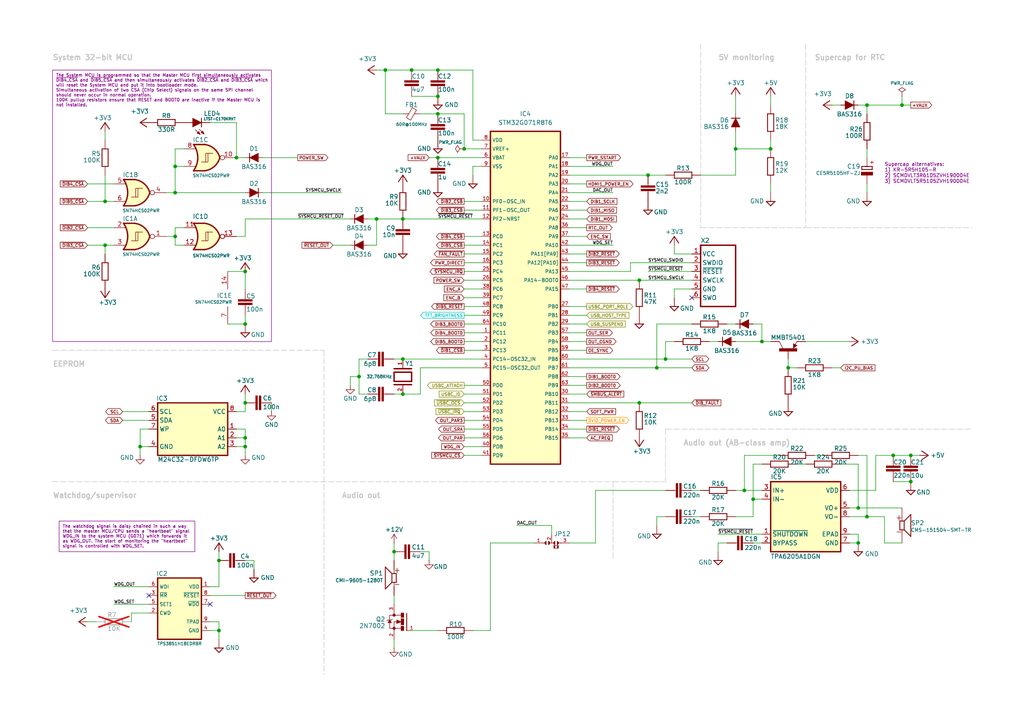
<source format=kicad_sch>
(kicad_sch (version 20250114) (generator "eeschema") (generator_version "9.0")
  (paper "A4")
  (title_block (title "${project_name}") (date "2025-10-13") (rev "${project_version}") (company "${project_creator}") (comment 1 "${project_license}") (comment 2 "${project_info}"))
  (text "Watchdog/supervisor" (at 15.24 144.78 0) (effects (font (size 1.524 1.524) (thickness 0.3048) (bold yes)) (justify left bottom)))
  (text "Supercap alternatives:\n1) KR-5R5H105-R\n2) SCMDVLT3R6105ZVH190004E\n3) SCMDVLT5R5105ZVH190004E" (at 256.54 53.34 0) (effects (font (size 1.016 1.016)) (justify left bottom)))
  (text "System 32-bit MCU" (at 15.24 17.78 0) (effects (font (size 1.524 1.524) (thickness 0.3048) (bold yes)) (justify left bottom)))
  (text "Audio out (AB-class amp)" (at 198.12 129.54 0) (effects (font (size 1.524 1.524) (thickness 0.3048) (bold yes)) (justify left bottom)))
  (text "Audio out" (at 99.06 144.78 0) (effects (font (size 1.524 1.524) (thickness 0.3048) (bold yes)) (justify left bottom)))
  (text "Supercap for RTC" (at 236.22 17.78 0) (effects (font (size 1.524 1.524) (thickness 0.3048) (bold yes)) (justify left bottom)))
  (text "EEPROM" (at 15.24 106.68 0) (effects (font (size 1.524 1.524) (thickness 0.3048) (bold yes)) (justify left bottom)))
  (text "5V monitoring" (at 208.28 17.78 0) (effects (font (size 1.524 1.524) (thickness 0.3048) (bold yes)) (justify left bottom)))
  (text_box "The watchdog signal is daisy chained in such a way that the master MCU/CPU sends a \"heartbeat\" signal WDG_IN to the system MCU (G071) which forwards it as WDG_OUT. The start of monitoring the \"heartbeat\" signal is controlled with WDG_SET." (at 17.145 151.13 0) (size 39.37 8.89) (margins 0.9525 0.9525 0.9525 0.9525) (stroke (width 0) (color 132 0 132 1)) (effects (font (size 0.889 0.889)) (justify left top)))
  (text_box "The System MCU is programmed so that the Master MCU first simultaneously activates ~{DIB4_CSA} and ~{DIB5_CSA} and then simultaneously activates ~{DIB2_CSA} and ~{DIB3_CSA} which will reset the System MCU and put it into bootloader mode.\nSimultaneous activation of two CSA (Chip Select) signals on the same SPI channel should never occur in normal operation.\n100K pullup resistors ensure that RESET and BOOT0 are inactive if the Master MCU is not installed." (at 15.24 20.32 0) (size 63.5 78.74) (margins 0.9525 0.9525 0.9525 0.9525) (stroke (width 0) (color 132 0 132 1)) (effects (font (size 0.889 0.889)) (justify left top)))
  (junction (at 261.62 30.48))
  (junction (at 71.12 127))
  (junction (at 116.84 114.3))
  (junction (at 264.16 139.7))
  (junction (at 104.14 109.22))
  (junction (at 50.8 48.26))
  (junction (at 185.42 116.84))
  (junction (at 190.5 106.68))
  (junction (at 71.12 116.84))
  (junction (at 193.04 104.14))
  (junction (at 215.9 142.24))
  (junction (at 187.96 50.8))
  (junction (at 264.16 132.08))
  (junction (at 116.84 104.14))
  (junction (at 185.42 81.28))
  (junction (at 109.22 63.5))
  (junction (at 259.08 132.08))
  (junction (at 248.92 157.48))
  (junction (at 68.58 45.72))
  (junction (at 40.64 129.54))
  (junction (at 127 33.02))
  (junction (at 30.48 71.12))
  (junction (at 127 27.94))
  (junction (at 50.8 55.88))
  (junction (at 119.38 20.32))
  (junction (at 228.6 106.68))
  (junction (at 127 45.72))
  (junction (at 134.62 43.18))
  (junction (at 248.92 147.32))
  (junction (at 213.36 43.18))
  (junction (at 218.44 144.78))
  (junction (at 63.5 182.88))
  (junction (at 71.12 93.98))
  (junction (at 30.48 58.42))
  (junction (at 251.46 30.48))
  (junction (at 251.46 149.86))
  (junction (at 71.12 129.54))
  (junction (at 114.3 160.02))
  (junction (at 111.76 20.32))
  (junction (at 220.98 99.06))
  (junction (at 63.5 162.56))
  (junction (at 50.8 68.58))
  (junction (at 223.52 43.18))
  (junction (at 116.84 63.5))
  (junction (at 71.12 78.74))
  (junction (at 127 20.32))
  (no_connect (at 60.96 175.26))
  (no_connect (at 43.18 172.72))
  (no_connect (at 200.66 86.36))
  (wire (pts (xy 259.08 132.08) (xy 264.16 132.08)))
  (wire (pts (xy 114.3 104.14) (xy 116.84 104.14)))
  (wire (pts (xy 71.12 78.74) (xy 71.12 83.82)))
  (wire (pts (xy 71.12 172.72) (xy 60.96 172.72)) (stroke (width 0.1524)))
  (wire (pts (xy 251.46 30.48) (xy 251.46 33.02)))
  (wire (pts (xy 200.66 149.86) (xy 203.2 149.86)))
  (wire (pts (xy 71.12 114.3) (xy 71.12 116.84)))
  (wire (pts (xy 68.58 124.46) (xy 71.12 124.46)))
  (wire (pts (xy 170.18 83.82) (xy 165.1 83.82)))
  (wire (pts (xy 35.56 121.92) (xy 43.18 121.92)))
  (wire (pts (xy 134.62 73.66) (xy 139.7 73.66)))
  (wire (pts (xy 177.8 71.12) (xy 165.1 71.12)))
  (wire (pts (xy 190.5 93.98) (xy 190.5 106.68)))
  (wire (pts (xy 134.62 68.58) (xy 139.7 68.58)))
  (wire (pts (xy 114.3 157.48) (xy 114.3 160.02)) (stroke (width 0.1524)))
  (wire (pts (xy 119.38 20.32) (xy 127 20.32)))
  (wire (pts (xy 170.18 124.46) (xy 165.1 124.46)))
  (wire (pts (xy 182.88 76.2) (xy 182.88 78.74)))
  (wire (pts (xy 170.18 45.72) (xy 165.1 45.72)))
  (wire (pts (xy 134.62 96.52) (xy 139.7 96.52)))
  (wire (pts (xy 236.22 132.08) (xy 238.76 132.08)))
  (wire (pts (xy 40.64 129.54) (xy 43.18 129.54)))
  (wire (pts (xy 149.86 152.4) (xy 160.02 152.4)))
  (wire (pts (xy 213.36 43.18) (xy 223.52 43.18)))
  (wire (pts (xy 106.68 71.12) (xy 109.22 71.12)))
  (wire (pts (xy 66.04 78.74) (xy 71.12 78.74)))
  (wire (pts (xy 170.18 127) (xy 165.1 127)))
  (wire (pts (xy 50.8 43.18) (xy 50.8 48.26)))
  (wire (pts (xy 68.58 45.72) (xy 71.12 45.72)))
  (wire (pts (xy 63.5 182.88) (xy 63.5 185.42)) (stroke (width 0.1524)))
  (wire (pts (xy 48.26 68.58) (xy 50.8 68.58)))
  (wire (pts (xy 68.58 119.38) (xy 71.12 119.38)))
  (wire (pts (xy 195.58 83.82) (xy 195.58 86.36)))
  (wire (pts (xy 63.5 180.34) (xy 63.5 182.88)) (stroke (width 0.1524)))
  (wire (pts (xy 134.62 114.3) (xy 139.7 114.3)))
  (wire (pts (xy 134.62 71.12) (xy 139.7 71.12)))
  (wire (pts (xy 170.18 88.9) (xy 165.1 88.9)))
  (wire (pts (xy 50.8 48.26) (xy 50.8 55.88)))
  (wire (pts (xy 261.62 27.94) (xy 261.62 30.48)))
  (wire (pts (xy 215.9 132.08) (xy 215.9 142.24)))
  (wire (pts (xy 195.58 83.82) (xy 200.66 83.82)))
  (wire (pts (xy 134.62 119.38) (xy 139.7 119.38)))
  (wire (pts (xy 48.26 55.88) (xy 50.8 55.88)))
  (wire (pts (xy 165.1 157.48) (xy 172.72 157.48)))
  (wire (pts (xy 134.62 132.08) (xy 139.7 132.08)))
  (polyline (pts (xy 233.68 66.04) (xy 281.94 66.04)) (stroke (width 0.1524) (type dash) (color 194 194 194 1)))
  (wire (pts (xy 134.62 99.06) (xy 139.7 99.06)))
  (wire (pts (xy 213.36 142.24) (xy 215.9 142.24)))
  (wire (pts (xy 142.24 157.48) (xy 142.24 182.88)))
  (wire (pts (xy 165.1 93.98) (xy 170.18 93.98)))
  (wire (pts (xy 218.44 134.62) (xy 218.44 144.78)))
  (wire (pts (xy 218.44 144.78) (xy 220.98 144.78)))
  (wire (pts (xy 137.16 182.88) (xy 142.24 182.88)))
  (wire (pts (xy 33.02 170.18) (xy 43.18 170.18)))
  (wire (pts (xy 195.58 73.66) (xy 200.66 73.66)))
  (wire (pts (xy 25.4 66.04) (xy 33.02 66.04)))
  (wire (pts (xy 50.8 43.18) (xy 53.34 43.18)))
  (wire (pts (xy 246.38 142.24) (xy 254 142.24)))
  (wire (pts (xy 71.12 124.46) (xy 71.12 127)))
  (wire (pts (xy 251.46 132.08) (xy 251.46 149.86)))
  (wire (pts (xy 68.58 35.56) (xy 68.58 45.72)))
  (polyline (pts (xy 15.24 101.6) (xy 93.98 101.6)) (stroke (width 0.1524) (type dash) (color 194 194 194 1)))
  (wire (pts (xy 134.62 88.9) (xy 139.7 88.9)))
  (wire (pts (xy 40.64 129.54) (xy 40.64 132.08)))
  (wire (pts (xy 203.2 50.8) (xy 213.36 50.8)))
  (wire (pts (xy 134.62 76.2) (xy 139.7 76.2)))
  (wire (pts (xy 264.16 132.08) (xy 266.7 132.08)))
  (wire (pts (xy 63.5 160.02) (xy 63.5 162.56)))
  (wire (pts (xy 111.76 20.32) (xy 111.76 33.02)))
  (wire (pts (xy 134.62 86.36) (xy 139.7 86.36)))
  (wire (pts (xy 160.02 152.4) (xy 160.02 154.94)))
  (wire (pts (xy 114.3 187.96) (xy 114.3 185.42)))
  (wire (pts (xy 137.16 40.64) (xy 139.7 40.64)))
  (wire (pts (xy 170.18 73.66) (xy 165.1 73.66)))
  (wire (pts (xy 185.42 81.28) (xy 200.66 81.28)))
  (wire (pts (xy 172.72 142.24) (xy 172.72 157.48)))
  (wire (pts (xy 116.84 114.3) (xy 121.92 114.3)))
  (wire (pts (xy 76.2 55.88) (xy 99.06 55.88)))
  (polyline (pts (xy 177.8 139.7) (xy 193.04 139.7)) (stroke (width 0.1524) (type dash) (color 194 194 194 1)))
  (wire (pts (xy 73.66 162.56) (xy 73.66 165.1)))
  (wire (pts (xy 172.72 142.24) (xy 193.04 142.24)))
  (wire (pts (xy 121.92 106.68) (xy 121.92 114.3)))
  (wire (pts (xy 121.92 106.68) (xy 139.7 106.68)))
  (wire (pts (xy 233.68 99.06) (xy 246.38 99.06)))
  (wire (pts (xy 121.92 160.02) (xy 124.46 160.02)) (stroke (width 0.1524)))
  (wire (pts (xy 170.18 99.06) (xy 165.1 99.06)))
  (wire (pts (xy 190.5 106.68) (xy 200.66 106.68)))
  (wire (pts (xy 231.14 134.62) (xy 233.68 134.62)))
  (wire (pts (xy 248.92 147.32) (xy 261.62 147.32)))
  (wire (pts (xy 190.5 149.86) (xy 190.5 152.4)))
  (wire (pts (xy 248.92 30.48) (xy 251.46 30.48)))
  (wire (pts (xy 187.96 78.74) (xy 200.66 78.74)))
  (wire (pts (xy 109.22 71.12) (xy 109.22 63.5)))
  (wire (pts (xy 134.62 91.44) (xy 139.7 91.44)))
  (wire (pts (xy 210.82 93.98) (xy 213.36 93.98)))
  (wire (pts (xy 60.96 180.34) (xy 63.5 180.34)) (stroke (width 0.1524)))
  (wire (pts (xy 106.68 63.5) (xy 109.22 63.5)))
  (wire (pts (xy 134.62 116.84) (xy 139.7 116.84)))
  (wire (pts (xy 71.12 162.56) (xy 73.66 162.56)))
  (wire (pts (xy 71.12 129.54) (xy 71.12 132.08)))
  (wire (pts (xy 127 33.02) (xy 134.62 33.02)))
  (wire (pts (xy 68.58 127) (xy 71.12 127)))
  (wire (pts (xy 241.3 106.68) (xy 243.84 106.68)))
  (wire (pts (xy 170.18 119.38) (xy 165.1 119.38)))
  (polyline (pts (xy 193.04 124.46) (xy 281.94 124.46)) (stroke (width 0.1524) (type dash) (color 194 194 194 1)))
  (wire (pts (xy 208.28 154.94) (xy 220.98 154.94)))
  (wire (pts (xy 104.14 109.22) (xy 104.14 114.3)))
  (wire (pts (xy 50.8 55.88) (xy 71.12 55.88)))
  (wire (pts (xy 134.62 78.74) (xy 139.7 78.74)))
  (wire (pts (xy 134.62 93.98) (xy 139.7 93.98)))
  (wire (pts (xy 259.08 139.7) (xy 264.16 139.7)))
  (wire (pts (xy 254 132.08) (xy 254 142.24)))
  (wire (pts (xy 223.52 27.94) (xy 223.52 30.48)))
  (wire (pts (xy 30.48 71.12) (xy 30.48 73.66)))
  (wire (pts (xy 220.98 99.06) (xy 223.52 99.06)))
  (wire (pts (xy 111.76 20.32) (xy 119.38 20.32)))
  (wire (pts (xy 124.46 160.02) (xy 124.46 162.56)) (stroke (width 0.1524)))
  (wire (pts (xy 193.04 99.06) (xy 195.58 99.06)))
  (wire (pts (xy 33.02 175.26) (xy 43.18 175.26)))
  (wire (pts (xy 78.74 116.84) (xy 78.74 119.38)))
  (wire (pts (xy 134.62 33.02) (xy 134.62 43.18)))
  (wire (pts (xy 213.36 27.94) (xy 213.36 33.02)))
  (wire (pts (xy 254 132.08) (xy 259.08 132.08)))
  (wire (pts (xy 165.1 48.26) (xy 177.8 48.26)))
  (wire (pts (xy 66.04 93.98) (xy 71.12 93.98)))
  (wire (pts (xy 60.96 170.18) (xy 63.5 170.18)))
  (polyline (pts (xy 203.2 66.04) (xy 233.68 66.04)) (stroke (width 0.1524) (type dash) (color 194 194 194 1)))
  (wire (pts (xy 185.42 116.84) (xy 200.66 116.84)))
  (wire (pts (xy 228.6 106.68) (xy 231.14 106.68)))
  (wire (pts (xy 134.62 101.6) (xy 139.7 101.6)))
  (wire (pts (xy 134.62 81.28) (xy 139.7 81.28)))
  (wire (pts (xy 109.22 20.32) (xy 111.76 20.32)))
  (wire (pts (xy 124.46 45.72) (xy 127 45.72)))
  (wire (pts (xy 208.28 157.48) (xy 210.82 157.48)))
  (wire (pts (xy 50.8 68.58) (xy 50.8 71.12)))
  (wire (pts (xy 121.92 33.02) (xy 127 33.02)))
  (wire (pts (xy 60.96 182.88) (xy 63.5 182.88)))
  (wire (pts (xy 190.5 149.86) (xy 193.04 149.86)))
  (wire (pts (xy 40.64 124.46) (xy 40.64 129.54)))
  (wire (pts (xy 213.36 99.06) (xy 220.98 99.06)))
  (wire (pts (xy 170.18 53.34) (xy 165.1 53.34)))
  (wire (pts (xy 165.1 81.28) (xy 185.42 81.28)))
  (polyline (pts (xy 177.8 139.7) (xy 177.8 162.56)) (stroke (width 0.1524) (type dash) (color 194 194 194 1)))
  (wire (pts (xy 50.8 71.12) (xy 53.34 71.12)))
  (wire (pts (xy 208.28 157.48) (xy 208.28 160.02)))
  (wire (pts (xy 116.84 104.14) (xy 139.7 104.14)))
  (wire (pts (xy 127 20.32) (xy 137.16 20.32)))
  (wire (pts (xy 246.38 154.94) (xy 248.92 154.94)))
  (wire (pts (xy 195.58 71.12) (xy 195.58 73.66)))
  (wire (pts (xy 165.1 50.8) (xy 187.96 50.8)))
  (wire (pts (xy 119.38 182.88) (xy 127 182.88)) (stroke (width 0.1524)))
  (wire (pts (xy 246.38 147.32) (xy 248.92 147.32)))
  (wire (pts (xy 30.48 40.64) (xy 30.48 38.1)))
  (wire (pts (xy 190.5 93.98) (xy 200.66 93.98)))
  (wire (pts (xy 170.18 66.04) (xy 165.1 66.04)))
  (wire (pts (xy 134.62 83.82) (xy 139.7 83.82)))
  (wire (pts (xy 134.62 60.96) (xy 139.7 60.96)))
  (polyline (pts (xy 15.24 139.7) (xy 177.8 139.7)) (stroke (width 0.1524) (type dash) (color 194 194 194 1)))
  (wire (pts (xy 114.3 160.02) (xy 114.3 162.56)) (stroke (width 0.1524)))
  (wire (pts (xy 187.96 50.8) (xy 193.04 50.8)))
  (wire (pts (xy 170.18 76.2) (xy 165.1 76.2)))
  (wire (pts (xy 256.54 149.86) (xy 256.54 157.48)))
  (wire (pts (xy 165.1 104.14) (xy 193.04 104.14)))
  (wire (pts (xy 76.2 45.72) (xy 86.36 45.72)))
  (wire (pts (xy 251.46 53.34) (xy 251.46 55.88)))
  (wire (pts (xy 109.22 63.5) (xy 116.84 63.5)))
  (wire (pts (xy 101.6 109.22) (xy 101.6 111.76)))
  (wire (pts (xy 170.18 58.42) (xy 165.1 58.42)))
  (wire (pts (xy 27.94 180.34) (xy 25.4 180.34)))
  (polyline (pts (xy 193.04 124.46) (xy 193.04 139.7)) (stroke (width 0.1524) (type dash) (color 194 194 194 1)))
  (wire (pts (xy 170.18 111.76) (xy 165.1 111.76)))
  (wire (pts (xy 25.4 53.34) (xy 33.02 53.34)))
  (wire (pts (xy 228.6 104.14) (xy 228.6 106.68)))
  (wire (pts (xy 30.48 58.42) (xy 33.02 58.42)))
  (wire (pts (xy 193.04 99.06) (xy 193.04 104.14)))
  (wire (pts (xy 170.18 63.5) (xy 165.1 63.5)))
  (wire (pts (xy 114.3 172.72) (xy 114.3 175.26)) (stroke (width 0.1524)))
  (wire (pts (xy 137.16 20.32) (xy 137.16 40.64)))
  (wire (pts (xy 134.62 127) (xy 139.7 127)))
  (wire (pts (xy 104.14 114.3) (xy 106.68 114.3)))
  (wire (pts (xy 71.12 116.84) (xy 71.12 119.38)))
  (wire (pts (xy 243.84 134.62) (xy 248.92 134.62)))
  (wire (pts (xy 165.1 116.84) (xy 185.42 116.84)))
  (wire (pts (xy 137.16 48.26) (xy 137.16 50.8)))
  (wire (pts (xy 261.62 30.48) (xy 264.16 30.48)) (stroke (width 0.1524)))
  (wire (pts (xy 193.04 104.14) (xy 200.66 104.14)))
  (wire (pts (xy 251.46 43.18) (xy 251.46 45.72)))
  (wire (pts (xy 218.44 93.98) (xy 220.98 93.98)))
  (wire (pts (xy 182.88 76.2) (xy 200.66 76.2)))
  (wire (pts (xy 170.18 109.22) (xy 165.1 109.22)))
  (wire (pts (xy 170.18 68.58) (xy 165.1 68.58)))
  (wire (pts (xy 137.16 48.26) (xy 139.7 48.26)))
  (wire (pts (xy 220.98 93.98) (xy 220.98 99.06)))
  (wire (pts (xy 25.4 71.12) (xy 30.48 71.12)))
  (wire (pts (xy 134.62 43.18) (xy 139.7 43.18)))
  (wire (pts (xy 218.44 157.48) (xy 220.98 157.48)))
  (wire (pts (xy 40.64 124.46) (xy 43.18 124.46)))
  (wire (pts (xy 142.24 157.48) (xy 154.94 157.48)))
  (wire (pts (xy 71.12 63.5) (xy 101.6 63.5)))
  (polyline (pts (xy 93.98 101.6) (xy 93.98 195.58)) (stroke (width 0.1524) (type dash) (color 194 194 194 1)))
  (wire (pts (xy 38.1 177.8) (xy 43.18 177.8)))
  (wire (pts (xy 119.38 27.94) (xy 127 27.94)))
  (wire (pts (xy 218.44 144.78) (xy 218.44 149.86)))
  (wire (pts (xy 134.62 129.54) (xy 139.7 129.54)))
  (wire (pts (xy 213.36 43.18) (xy 213.36 50.8)))
  (wire (pts (xy 134.62 58.42) (xy 139.7 58.42)))
  (wire (pts (xy 50.8 66.04) (xy 53.34 66.04)))
  (wire (pts (xy 35.56 119.38) (xy 43.18 119.38)))
  (wire (pts (xy 104.14 104.14) (xy 106.68 104.14)))
  (wire (pts (xy 127 45.72) (xy 139.7 45.72)))
  (wire (pts (xy 248.92 134.62) (xy 248.92 147.32)))
  (wire (pts (xy 165.1 91.44) (xy 170.18 91.44)))
  (wire (pts (xy 30.48 50.8) (xy 30.48 58.42)))
  (wire (pts (xy 165.1 78.74) (xy 182.88 78.74)))
  (wire (pts (xy 215.9 132.08) (xy 226.06 132.08)))
  (polyline (pts (xy 203.2 12.7) (xy 203.2 66.04)) (stroke (width 0.1524) (type dash) (color 194 194 194 1)))
  (wire (pts (xy 246.38 149.86) (xy 251.46 149.86)))
  (wire (pts (xy 30.48 71.12) (xy 33.02 71.12)))
  (wire (pts (xy 256.54 157.48) (xy 261.62 157.48)))
  (wire (pts (xy 223.52 53.34) (xy 223.52 55.88)))
  (wire (pts (xy 248.92 154.94) (xy 248.92 157.48)))
  (polyline (pts (xy 233.68 12.7) (xy 233.68 66.04)) (stroke (width 0.1524) (type dash) (color 194 194 194 1)))
  (wire (pts (xy 71.12 93.98) (xy 71.12 91.44)))
  (wire (pts (xy 165.1 121.92) (xy 170.18 121.92)))
  (wire (pts (xy 208.28 99.06) (xy 205.74 99.06)))
  (wire (pts (xy 25.4 58.42) (xy 30.48 58.42)))
  (wire (pts (xy 170.18 101.6) (xy 165.1 101.6)))
  (wire (pts (xy 71.12 127) (xy 71.12 129.54)))
  (wire (pts (xy 215.9 142.24) (xy 220.98 142.24)))
  (wire (pts (xy 111.76 33.02) (xy 116.84 33.02)))
  (wire (pts (xy 38.1 177.8) (xy 38.1 180.34)))
  (wire (pts (xy 165.1 106.68) (xy 190.5 106.68)))
  (wire (pts (xy 251.46 149.86) (xy 256.54 149.86)))
  (wire (pts (xy 170.18 96.52) (xy 165.1 96.52)))
  (wire (pts (xy 241.3 30.48) (xy 243.84 30.48)))
  (wire (pts (xy 63.5 162.56) (xy 63.5 170.18)))
  (wire (pts (xy 68.58 68.58) (xy 71.12 68.58)))
  (wire (pts (xy 101.6 109.22) (xy 104.14 109.22)))
  (wire (pts (xy 134.62 121.92) (xy 139.7 121.92)))
  (wire (pts (xy 223.52 40.64) (xy 223.52 43.18)))
  (wire (pts (xy 218.44 134.62) (xy 220.98 134.62)))
  (wire (pts (xy 213.36 149.86) (xy 218.44 149.86)))
  (wire (pts (xy 170.18 114.3) (xy 165.1 114.3)))
  (wire (pts (xy 134.62 124.46) (xy 139.7 124.46)))
  (wire (pts (xy 251.46 30.48) (xy 261.62 30.48)) (stroke (width 0.1524)))
  (wire (pts (xy 170.18 60.96) (xy 165.1 60.96)))
  (wire (pts (xy 50.8 48.26) (xy 53.34 48.26)))
  (wire (pts (xy 50.8 66.04) (xy 50.8 68.58)))
  (wire (pts (xy 71.12 68.58) (xy 71.12 63.5)))
  (wire (pts (xy 246.38 157.48) (xy 248.92 157.48)))
  (wire (pts (xy 213.36 38.1) (xy 213.36 43.18)))
  (wire (pts (xy 134.62 111.76) (xy 139.7 111.76)))
  (wire (pts (xy 200.66 142.24) (xy 203.2 142.24)))
  (wire (pts (xy 116.84 63.5) (xy 139.7 63.5)))
  (wire (pts (xy 68.58 129.54) (xy 71.12 129.54)))
  (wire (pts (xy 248.92 132.08) (xy 251.46 132.08)))
  (wire (pts (xy 165.1 55.88) (xy 177.8 55.88)))
  (wire (pts (xy 104.14 104.14) (xy 104.14 109.22)))
  (wire (pts (xy 114.3 114.3) (xy 116.84 114.3)))
  (wire (pts (xy 96.52 71.12) (xy 101.6 71.12)))
  (wire (pts (xy 60.96 35.56) (xy 68.58 35.56)))
  (label "WDG_SET" (at 177.8 71.12 180) (effects (font (size 0.889 0.889))))
  (label "~{SYSMCU_RESET}" (at 187.96 78.74 0) (effects (font (size 0.889 0.889))))
  (label "WDG_OUT" (at 33.02 170.18 0) (effects (font (size 0.889 0.889))))
  (label "SYSMCU_SWDIO" (at 187.96 76.2 0) (effects (font (size 0.889 0.889))))
  (label "SYSMCU_SWCLK" (at 99.06 55.88 180) (effects (font (size 0.889 0.889))))
  (label "~{SYSMCU_RESET}" (at 208.28 154.94 0) (effects (font (size 0.889 0.889))))
  (label "~{SYSMCU_RESET}" (at 127 63.5 0) (effects (font (size 0.889 0.889))))
  (label "DAC_OUT" (at 149.86 152.4 0) (effects (font (size 0.889 0.889))))
  (label "~{SYSMCU_RESET_OUT}" (at 86.36 63.5 0) (effects (font (size 0.889 0.889))))
  (label "SYSMCU_SWCLK" (at 187.96 81.28 0) (effects (font (size 0.889 0.889))))
  (label "WDG_SET" (at 33.02 175.26 0) (effects (font (size 0.889 0.889))))
  (label "DAC_OUT" (at 177.8 55.88 180) (effects (font (size 0.889 0.889))))
  (label "WDG_OUT" (at 177.8 48.26 180) (effects (font (size 0.889 0.889))))
  (global_label "ENC_A" (shape input) (at 134.62 83.82 180) (effects (font (size 0.889 0.889))) (property "Intersheetrefs" "${INTERSHEET_REFS}" (effects (hide yes))))
  (global_label "USBC_PORT_ROLE" (shape output) (at 170.18 88.9 0) (effects (font (size 0.889 0.889))) (property "Intersheetrefs" "${INTERSHEET_REFS}" (effects (hide yes))))
  (global_label "~{DIB2_RESET}" (shape output) (at 170.18 73.66 0) (effects (font (size 0.889 0.889))) (property "Intersheetrefs" "${INTERSHEET_REFS}" (effects (hide yes))))
  (global_label "~{DIB1_CSB}" (shape output) (at 134.62 101.6 180) (effects (font (size 0.889 0.889))) (property "Intersheetrefs" "${INTERSHEET_REFS}" (effects (hide yes))))
  (global_label "OUT_PAR" (shape output) (at 134.62 127 180) (effects (font (size 0.889 0.889))) (property "Intersheetrefs" "${INTERSHEET_REFS}" (effects (hide yes))))
  (global_label "~{DIB3_CSB}" (shape output) (at 134.62 60.96 180) (effects (font (size 0.889 0.889))) (property "Intersheetrefs" "${INTERSHEET_REFS}" (effects (hide yes))))
  (global_label "DVID_POWER_EN" (shape output) (at 170.18 121.92 0) (effects (font (size 0.889 0.889))) (property "Intersheetrefs" "${INTERSHEET_REFS}" (effects (hide yes))))
  (global_label "OUT_SRA" (shape output) (at 134.62 124.46 180) (effects (font (size 0.889 0.889))) (property "Intersheetrefs" "${INTERSHEET_REFS}" (effects (hide yes))))
  (global_label "POWER_SW" (shape input) (at 134.62 81.28 180) (effects (font (size 0.889 0.889))) (property "Intersheetrefs" "${INTERSHEET_REFS}" (effects (hide yes))))
  (global_label "~{USBC_OCS}" (shape input) (at 134.62 116.84 180) (effects (font (size 0.889 0.889))) (property "Intersheetrefs" "${INTERSHEET_REFS}" (effects (hide yes))))
  (global_label "OUT_CGND" (shape output) (at 170.18 99.06 0) (effects (font (size 0.889 0.889))) (property "Intersheetrefs" "${INTERSHEET_REFS}" (effects (hide yes))))
  (global_label "POWER_SW" (shape output) (at 86.36 45.72 0) (effects (font (size 0.889 0.889))) (property "Intersheetrefs" "${INTERSHEET_REFS}" (effects (hide yes))))
  (global_label "PWR_DIRECT" (shape output) (at 134.62 76.2 180) (effects (font (size 0.889 0.889))) (property "Intersheetrefs" "${INTERSHEET_REFS}" (effects (hide yes))))
  (global_label "DIB3_BOOT0" (shape output) (at 134.62 93.98 180) (effects (font (size 0.889 0.889))) (property "Intersheetrefs" "${INTERSHEET_REFS}" (effects (hide yes))))
  (global_label "OE_SYNC" (shape output) (at 170.18 101.6 0) (effects (font (size 0.889 0.889))) (property "Intersheetrefs" "${INTERSHEET_REFS}" (effects (hide yes))))
  (global_label "TFT_BRIGHTNESS" (shape output) (at 134.62 91.44 180) (effects (font (size 0.889 0.889))) (property "Intersheetrefs" "${INTERSHEET_REFS}" (effects (hide yes))))
  (global_label "OUT_PAR3" (shape output) (at 134.62 121.92 180) (effects (font (size 0.889 0.889))) (property "Intersheetrefs" "${INTERSHEET_REFS}" (effects (hide yes))))
  (global_label "~{DIB1_RESET}" (shape output) (at 170.18 124.46 0) (effects (font (size 0.889 0.889))) (property "Intersheetrefs" "${INTERSHEET_REFS}" (effects (hide yes))))
  (global_label "~{USBC_IRQ}" (shape input) (at 134.62 119.38 180) (effects (font (size 0.889 0.889))) (property "Intersheetrefs" "${INTERSHEET_REFS}" (effects (hide yes))))
  (global_label "OUT_SER" (shape output) (at 170.18 96.52 0) (effects (font (size 0.889 0.889))) (property "Intersheetrefs" "${INTERSHEET_REFS}" (effects (hide yes))))
  (global_label "~{DIB5_CSB}" (shape output) (at 134.62 71.12 180) (effects (font (size 0.889 0.889))) (property "Intersheetrefs" "${INTERSHEET_REFS}" (effects (hide yes))))
  (global_label "+VAUX" (shape output) (at 264.16 30.48 0) (effects (font (size 0.889 0.889))) (property "Intersheetrefs" "${INTERSHEET_REFS}" (effects (hide yes))))
  (global_label "SDA" (shape bidirectional) (at 200.66 106.68 0) (effects (font (size 0.889 0.889))) (property "Intersheetrefs" "${INTERSHEET_REFS}" (effects (hide yes))))
  (global_label "~{SYSMCU_CS}" (shape input) (at 134.62 132.08 180) (effects (font (size 0.889 0.889))) (property "Intersheetrefs" "${INTERSHEET_REFS}" (effects (hide yes))))
  (global_label "~{SMBUS_ALERT}" (shape input) (at 170.18 114.3 0) (effects (font (size 0.889 0.889))) (property "Intersheetrefs" "${INTERSHEET_REFS}" (effects (hide yes))))
  (global_label "~{DIB4_RESET}" (shape output) (at 170.18 83.82 0) (effects (font (size 0.889 0.889))) (property "Intersheetrefs" "${INTERSHEET_REFS}" (effects (hide yes))))
  (global_label "DIB2_BOOT0" (shape output) (at 170.18 111.76 0) (effects (font (size 0.889 0.889))) (property "Intersheetrefs" "${INTERSHEET_REFS}" (effects (hide yes))))
  (global_label "DIB4_BOOT0" (shape output) (at 134.62 96.52 180) (effects (font (size 0.889 0.889))) (property "Intersheetrefs" "${INTERSHEET_REFS}" (effects (hide yes))))
  (global_label "DIB1_SCLK" (shape input) (at 170.18 58.42 0) (effects (font (size 0.889 0.889))) (property "Intersheetrefs" "${INTERSHEET_REFS}" (effects (hide yes))))
  (global_label "RTC_OUT" (shape output) (at 170.18 66.04 0) (effects (font (size 0.889 0.889))) (property "Intersheetrefs" "${INTERSHEET_REFS}" (effects (hide yes))))
  (global_label "DIB1_BOOT0" (shape output) (at 170.18 109.22 0) (effects (font (size 0.889 0.889))) (property "Intersheetrefs" "${INTERSHEET_REFS}" (effects (hide yes))))
  (global_label "USBC_ID" (shape input) (at 134.62 114.3 180) (effects (font (size 0.889 0.889))) (property "Intersheetrefs" "${INTERSHEET_REFS}" (effects (hide yes))))
  (global_label "~{FAN_FAULT}" (shape output) (at 134.62 73.66 180) (effects (font (size 0.889 0.889))) (property "Intersheetrefs" "${INTERSHEET_REFS}" (effects (hide yes))))
  (global_label "~{DIB_FAULT}" (shape input) (at 200.66 116.84 0) (effects (font (size 0.889 0.889))) (property "Intersheetrefs" "${INTERSHEET_REFS}" (effects (hide yes))))
  (global_label "~{SYSMCU_IRQ}" (shape output) (at 134.62 78.74 180) (effects (font (size 0.889 0.889))) (property "Intersheetrefs" "${INTERSHEET_REFS}" (effects (hide yes))))
  (global_label "~{DIB3_CSA}" (shape input) (at 25.4 71.12 180) (effects (font (size 0.889 0.889))) (property "Intersheetrefs" "${INTERSHEET_REFS}" (effects (hide yes))))
  (global_label "~{DIB4_CSB}" (shape output) (at 134.62 68.58 180) (effects (font (size 0.889 0.889))) (property "Intersheetrefs" "${INTERSHEET_REFS}" (effects (hide yes))))
  (global_label "~{DIB3_RESET}" (shape output) (at 170.18 76.2 0) (effects (font (size 0.889 0.889))) (property "Intersheetrefs" "${INTERSHEET_REFS}" (effects (hide yes))))
  (global_label "ENC_SW" (shape input) (at 170.18 68.58 0) (effects (font (size 0.889 0.889))) (property "Intersheetrefs" "${INTERSHEET_REFS}" (effects (hide yes))))
  (global_label "DIB5_BOOT0" (shape output) (at 134.62 99.06 180) (effects (font (size 0.889 0.889))) (property "Intersheetrefs" "${INTERSHEET_REFS}" (effects (hide yes))))
  (global_label "USB_HOST_TYPE" (shape input) (at 170.18 91.44 0) (effects (font (size 0.889 0.889))) (property "Intersheetrefs" "${INTERSHEET_REFS}" (effects (hide yes))))
  (global_label "AC_FREQ" (shape input) (at 170.18 127 0) (effects (font (size 0.889 0.889))) (property "Intersheetrefs" "${INTERSHEET_REFS}" (effects (hide yes))))
  (global_label "~{DIB5_RESET}" (shape output) (at 134.62 88.9 180) (effects (font (size 0.889 0.889))) (property "Intersheetrefs" "${INTERSHEET_REFS}" (effects (hide yes))))
  (global_label "SCL" (shape bidirectional) (at 35.56 119.38 180) (effects (font (size 0.889 0.889))) (property "Intersheetrefs" "${INTERSHEET_REFS}" (effects (hide yes))))
  (global_label "~{DIB4_CSA}" (shape input) (at 25.4 53.34 180) (effects (font (size 0.889 0.889))) (property "Intersheetrefs" "${INTERSHEET_REFS}" (effects (hide yes))))
  (global_label "USBC_ATTACH" (shape output) (at 134.62 111.76 180) (effects (font (size 0.889 0.889))) (property "Intersheetrefs" "${INTERSHEET_REFS}" (effects (hide yes))))
  (global_label "SCL" (shape bidirectional) (at 200.66 104.14 0) (effects (font (size 0.889 0.889))) (property "Intersheetrefs" "${INTERSHEET_REFS}" (effects (hide yes))))
  (global_label "PWR_SSTART" (shape output) (at 170.18 45.72 0) (effects (font (size 0.889 0.889))) (property "Intersheetrefs" "${INTERSHEET_REFS}" (effects (hide yes))))
  (global_label "DIB1_MISO" (shape input) (at 170.18 60.96 0) (effects (font (size 0.889 0.889))) (property "Intersheetrefs" "${INTERSHEET_REFS}" (effects (hide yes))))
  (global_label "+VAUX" (shape input) (at 124.46 45.72 180) (effects (font (size 0.889 0.889))) (property "Intersheetrefs" "${INTERSHEET_REFS}" (effects (hide yes))))
  (global_label "~{RESET_OUT}" (shape output) (at 71.12 172.72 0) (effects (font (size 0.889 0.889))) (property "Intersheetrefs" "${INTERSHEET_REFS}" (effects (hide yes))))
  (global_label "I2C_PU_BIAS" (shape input) (at 243.84 106.68 0) (effects (font (size 0.889 0.889))) (property "Intersheetrefs" "${INTERSHEET_REFS}" (effects (hide yes))))
  (global_label "SDA" (shape bidirectional) (at 35.56 121.92 180) (effects (font (size 0.889 0.889))) (property "Intersheetrefs" "${INTERSHEET_REFS}" (effects (hide yes))))
  (global_label "HDMI1_POWER_EN" (shape output) (at 170.18 53.34 0) (effects (font (size 0.889 0.889))) (property "Intersheetrefs" "${INTERSHEET_REFS}" (effects (hide yes))))
  (global_label "~{DIB2_CSB}" (shape output) (at 134.62 58.42 180) (effects (font (size 0.889 0.889))) (property "Intersheetrefs" "${INTERSHEET_REFS}" (effects (hide yes))))
  (global_label "USB_SUSPEND" (shape input) (at 170.18 93.98 0) (effects (font (size 0.889 0.889))) (property "Intersheetrefs" "${INTERSHEET_REFS}" (effects (hide yes))))
  (global_label "~{DIB5_CSA}" (shape input) (at 25.4 58.42 180) (effects (font (size 0.889 0.889))) (property "Intersheetrefs" "${INTERSHEET_REFS}" (effects (hide yes))))
  (global_label "WDG_IN" (shape input) (at 134.62 129.54 180) (effects (font (size 0.889 0.889))) (property "Intersheetrefs" "${INTERSHEET_REFS}" (effects (hide yes))))
  (global_label "ENC_B" (shape input) (at 134.62 86.36 180) (effects (font (size 0.889 0.889))) (property "Intersheetrefs" "${INTERSHEET_REFS}" (effects (hide yes))))
  (global_label "SOFT_PWR" (shape input) (at 170.18 119.38 0) (effects (font (size 0.889 0.889))) (property "Intersheetrefs" "${INTERSHEET_REFS}" (effects (hide yes))))
  (global_label "DIB1_MOSI" (shape input) (at 170.18 63.5 0) (effects (font (size 0.889 0.889))) (property "Intersheetrefs" "${INTERSHEET_REFS}" (effects (hide yes))))
  (global_label "~{DIB2_CSA}" (shape input) (at 25.4 66.04 180) (effects (font (size 0.889 0.889))) (property "Intersheetrefs" "${INTERSHEET_REFS}" (effects (hide yes))))
  (global_label "~{RESET_OUT}" (shape input) (at 96.52 71.12 180) (effects (font (size 0.889 0.889))) (property "Intersheetrefs" "${INTERSHEET_REFS}" (effects (hide yes))))
  (symbol (lib_id "PCM_EEZ_symbols:GND") (at 208.28 162.56 0) (unit 1)
    (property "Reference" "#SUPPLY016" (effects (hide yes)))
    (property "Value" "GND" (at 202.565 163.83 0) (effects (justify left bottom)))
  )
  (symbol (lib_id "PCM_EEZ_symbols:GND") (at 223.52 58.42 0) (mirror y) (unit 1)
    (property "Reference" "#SUPPLY017" (effects (hide yes)))
    (property "Value" "GND" (at 221.615 59.055 0) (effects (justify left bottom)))
  )
  (symbol (lib_id "PCM_EEZ_passives:C-EU") (at 264.16 134.62 0) (mirror y) (unit 1)
    (property "Reference" "C21" (at 264.16 133.35 0) (effects (justify right top)))
    (property "Value" "10u" (at 264.16 137.16 0) (effects (justify right top)))
    (property "Footprint" "PCM_EEZ_passives:C_0805_2012Metric" (effects (hide yes)))
    (property "DigiKey" "1276-1052-6-ND" (effects (hide yes)))
    (property "Mouser" "187-CL21A106KPFNNNE" (effects (hide yes)))
    (property "TME" "CL21A106KPFNNNE" (effects (hide yes)))
    (property "LCSC" "C17024" (effects (hide yes)))
  )
  (symbol (lib_id "PCM_EEZ_passives:C-EU") (at 187.96 55.88 180) (unit 1)
    (property "Reference" "C15" (at 190.119 54.229 0) (effects (justify right top)))
    (property "Value" "2n2" (at 190.119 56.134 0) (effects (justify right top)))
    (property "Footprint" "PCM_EEZ_passives:C_0603_1608Metric" (effects (hide yes)))
    (property "DigiKey" "1276-1110-1-ND" (effects (hide yes)))
    (property "Mouser" "187-CL10B222KB8NNNC" (effects (hide yes)))
    (property "TME" "CL10B222KB8NNNC" (effects (hide yes)))
    (property "LCSC" "C16033" (effects (hide yes)))
  )
  (symbol (lib_id "PCM_EEZ_symbols:+3V3") (at 71.12 76.2 0) (mirror y) (unit 1)
    (property "Reference" "#+3V013" (effects (hide yes)))
    (property "Value" "+3V3" (at 73.025 75.565 0) (effects (justify left bottom)))
  )
  (symbol (lib_id "PCM_EEZ_passives:C-EU") (at 109.22 114.3 90) (mirror x) (unit 1)
    (property "Reference" "C8" (at 109.22 112.395 90) (effects (justify left top)))
    (property "Value" "6p8" (at 109.22 114.935 90) (effects (justify left top)))
    (property "Footprint" "PCM_EEZ_passives:C_0603_1608Metric" (effects (hide yes)))
    (property "TME" "CL10C6R8CB8NNNC" (effects (hide yes)))
    (property "DigiKey" "1276-1793-1-ND" (effects (hide yes)))
    (property "Mouser" "187-CL10C6R8CB8NNNC " (effects (hide yes)))
    (property "LCSC" "C318672" (effects (hide yes)))
  )
  (symbol (lib_id "PCM_EEZ_passives:C-EU") (at 66.04 162.56 90) (unit 1)
    (property "Reference" "C4" (at 72.39 160.655 90) (effects (justify left bottom)))
    (property "Value" "100n" (at 73.66 163.195 90) (effects (justify left bottom)))
    (property "Footprint" "PCM_EEZ_passives:C_0603_1608Metric" (effects (hide yes)))
    (property "DigiKey" "490-4774-1-ND" (effects (hide yes)))
    (property "Mouser" "80-C0603C104M4R" (effects (hide yes)))
    (property "TME" "CL10B104KA8NNNC" (effects (hide yes)))
    (property "LCSC" "C1590" (effects (hide yes)))
  )
  (symbol (lib_id "PCM_EEZ_TI:SN74HCS02PWR") (at 38.1 68.58 0) (unit 1)
    (property "Reference" "IC1" (at 35.56 64.135 0) (effects (justify left bottom)))
    (property "Value" "SN74HCS02PWR" (at 35.56 74.295 0) (effects (font (size 0.889 0.889)) (justify left bottom)))
    (property "Footprint" "PCM_EEZ_SMD:TSSOP-14" (effects (hide yes)))
    (property "Description" "Quadruple 2-Input NOR Gates with Schmitt-Trigger Inputs" (effects (hide yes)))
    (property "DigiKey" "296-SN74HCS02PWRCT-ND" (effects (hide yes)))
    (property "Mouser" "595-SN74HCS02PWR" (effects (hide yes)))
    (property "TME" "-" (effects (hide yes)))
    (property "LCSC" "C2868020" (effects (hide yes)))
  )
  (symbol (lib_id "power:GND") (at 40.64 132.08 0) (unit 1)
    (property "Reference" "#GND01" (effects (hide yes)))
    (property "Value" "GND" (at 36.83 132.715 0))
    (property "Description" "Power symbol creates a global label with name \"GND\" , ground" (effects (hide yes)))
  )
  (symbol (lib_id "PCM_EEZ_symbols:GND") (at 137.16 53.34 0) (unit 1)
    (property "Reference" "#SUPPLY011" (effects (hide yes)))
    (property "Value" "GND" (at 135.255 53.975 0) (effects (justify right bottom)))
  )
  (symbol (lib_name "R-EU_3") (lib_id "PCM_EEZ_passives:R-EU") (at 185.42 121.92 0) (unit 1)
    (property "Reference" "R12" (at 186.69 121.285 0) (effects (justify left bottom)))
    (property "Value" "10K" (at 186.69 123.19 0) (effects (justify left bottom)))
    (property "Footprint" "PCM_EEZ_passives:R_0603_1608Metric" (effects (hide yes)))
    (property "DigiKey" "1712-CRGH0603F10KCT-ND" (effects (hide yes)))
    (property "Mouser" "756-WCR0603-10KFI" (effects (hide yes)))
    (property "TME" "SMD0603-10K-1%" (effects (hide yes)))
    (property "LCSC" "C98220" (effects (hide yes)))
  )
  (symbol (lib_id "PCM_EEZ_symbols:GND") (at 251.46 58.42 0) (mirror y) (unit 1)
    (property "Reference" "#SUPPLY020" (effects (hide yes)))
    (property "Value" "GND" (at 249.555 59.055 0) (effects (justify left bottom)))
  )
  (symbol (lib_id "PCM_EEZ_symbols:GND") (at 127 55.88 0) (unit 1)
    (property "Reference" "#SUPPLY010" (effects (hide yes)))
    (property "Value" "GND" (at 125.095 56.515 0) (effects (justify right bottom)))
  )
  (symbol (lib_id "PCM_EEZ_unsorted:LD-BZEN-0903") (at 114.3 167.64 0) (mirror y) (unit 1)
    (property "Reference" "SP1" (at 111.125 167.005 0) (effects (justify left bottom)))
    (property "Value" "CMI-9605-1280T" (at 111.125 168.91 0) (effects (font (size 1.016 1.016)) (justify left bottom)))
    (property "Footprint" "PCM_EEZ_unsorted:CMI-9605-1280T" (effects (hide yes)))
    (property "Description" "Sound transducer: electromagnetic; without built-in generator" (effects (hide yes)))
    (property "DigiKey" "102-CMI-9605-1280T-ND" (effects (hide yes)))
    (property "Mouser" "490-CMI-9605-1280T " (effects (hide yes)))
    (property "TME" "CMI-9605-1280T" (effects (hide yes)))
    (property "LCSC" "C5621417" (effects (hide yes)))
  )
  (symbol (lib_id "power:PWR_FLAG") (at 261.62 27.94 0) (unit 1)
    (property "Reference" "#FLG05" (effects (hide yes)))
    (property "Value" "PWR_FLAG" (at 261.62 24.13 0) (effects (font (size 0.889 0.889))))
    (property "Description" "Special symbol for telling ERC where power comes from" (effects (hide yes)))
  )
  (symbol (lib_id "power:GND") (at 71.12 132.08 0) (mirror y) (unit 1)
    (property "Reference" "#GND02" (effects (hide yes)))
    (property "Value" "GND" (at 74.93 132.715 0))
    (property "Description" "Power symbol creates a global label with name \"GND\" , ground" (effects (hide yes)))
  )
  (symbol (lib_id "PCM_EEZ_passives:R-EU") (at 198.12 50.8 270) (mirror x) (unit 1)
    (property "Reference" "R13" (at 198.12 49.53 90) (effects (justify top)))
    (property "Value" "100R" (at 198.12 52.07 90) (effects (justify bottom)))
    (property "Footprint" "PCM_EEZ_passives:R_0603_1608Metric" (effects (hide yes)))
    (property "DigiKey" "13-RC0603FR-10100RLCT-ND" (effects (hide yes)))
    (property "Mouser" "603-RC0603FR-10100RL" (effects (hide yes)))
    (property "TME" "RC0603FR-10100RL" (effects (hide yes)))
    (property "LCSC" "C1512171" (effects (hide yes)))
  )
  (symbol (lib_id "PCM_EEZ_discretes:DIODE") (at 73.66 45.72 180) (unit 1)
    (property "Reference" "D1" (at 73.66 43.815 0) (effects (justify top)))
    (property "Value" "BAS316" (at 73.66 47.625 0) (effects (justify bottom)))
    (property "Footprint" "PCM_EEZ_SMD:SOD-323_1P8X1P35_ONS-M" (effects (hide yes)))
    (property "DigiKey" "1727-7370-1-ND" (effects (hide yes)))
    (property "Mouser" "771-BAS316-T/R" (effects (hide yes)))
    (property "TME" "BAS316,115" (effects (hide yes)))
    (property "LCSC" "C109218" (effects (hide yes)))
  )
  (symbol (lib_id "PCM_EEZ_passives:C-EU") (at 127 22.86 0) (mirror y) (unit 1)
    (property "Reference" "C12" (at 127 22.86 0) (effects (justify right bottom)))
    (property "Value" "100n" (at 127 26.67 0) (effects (justify right bottom)))
    (property "Footprint" "PCM_EEZ_passives:C_0603_1608Metric" (effects (hide yes)))
    (property "DigiKey" "490-4774-1-ND" (effects (hide yes)))
    (property "Mouser" "80-C0603C104M4R" (effects (hide yes)))
    (property "TME" "CL10B104KA8NNNC" (effects (hide yes)))
    (property "LCSC" "C1590" (effects (hide yes)))
  )
  (symbol (lib_id "power:GND") (at 101.6 111.76 0) (mirror y) (unit 1)
    (property "Reference" "#PWR011" (effects (hide yes)))
    (property "Value" "GND" (at 101.6 115.57 0))
    (property "Description" "Power symbol creates a global label with name \"GND\" , ground" (effects (hide yes)))
  )
  (symbol (lib_id "PCM_EEZ_passives:R-EU") (at 243.84 132.08 270) (unit 1)
    (property "Reference" "R25" (at 243.84 130.81 90) (effects (justify bottom)))
    (property "Value" "20K" (at 243.84 133.35 90) (effects (justify top)))
    (property "Footprint" "PCM_EEZ_passives:R_0603_1608Metric" (effects (hide yes)))
    (property "DigiKey" "311-20.0KHRCT-ND" (effects (hide yes)))
    (property "Mouser" "603-RC0603FR-0720KL" (effects (hide yes)))
    (property "TME" "SMD0603-20K-1%" (effects (hide yes)))
    (property "LCSC" "C105575" (effects (hide yes)))
  )
  (symbol (lib_id "PCM_EEZ_passives:L_Ferrite Bead") (at 119.38 33.02 90) (unit 1)
    (property "Reference" "FB1" (at 119.38 31.115 90) (effects (justify top)))
    (property "Value" "60R@100MHz" (at 119.38 35.56 90) (effects (font (size 0.889 0.889)) (justify bottom)))
    (property "Footprint" "PCM_EEZ_passives:BEAD0603" (effects (hide yes)))
    (property "Description" "Ferrite bead" (effects (hide yes)))
    (property "DigiKey" "490-7809-1-ND" (effects (hide yes)))
    (property "Mouser" "81-BLM18AG102SH1D" (effects (hide yes)))
    (property "TME" "BLM18AG102SH1D" (effects (hide yes)))
    (property "LCSC" "C337877" (effects (hide yes)))
  )
  (symbol (lib_id "power:GND") (at 114.3 187.96 0) (mirror y) (unit 1)
    (property "Reference" "#SUPPLY05" (effects (hide yes)))
    (property "Value" "GND" (at 115.57 190.5 0) (effects (justify right bottom)))
    (property "Description" "Power symbol creates a global label with name \"GND\" , ground" (effects (hide yes)))
  )
  (symbol (lib_id "PCM_EEZ_symbols:+3V3") (at 63.5 157.48 0) (mirror y) (unit 1)
    (property "Reference" "#+3V012" (effects (hide yes)))
    (property "Value" "+3V3" (at 63.5 156.845 0) (effects (justify bottom)))
  )
  (symbol (lib_id "PCM_EEZ_TI:TPA6205A1DGN") (at 220.98 142.24 0) (unit 1)
    (property "Reference" "IC5" (at 223.52 139.065 0) (effects (justify left bottom)))
    (property "Value" "TPA6205A1DGN" (at 223.52 160.655 0) (effects (justify left top)))
    (property "Footprint" "PCM_EEZ_SMD:DGN8_1P89X1P57-L" (effects (hide yes)))
    (property "Description" "1.25-W Mono Fully Differential Audio Power Amplifier" (effects (hide yes)))
    (property "DigiKey" "296-34563-5-ND" (effects (hide yes)))
    (property "Mouser" "595-TPA6205A1DGN" (effects (hide yes)))
    (property "TME" "TPA6205A1DGN" (effects (hide yes)))
    (property "LCSC" "C202248" (effects (hide yes)))
  )
  (symbol (lib_name "R-EU_3") (lib_id "PCM_EEZ_passives:R-EU") (at 228.6 111.76 0) (unit 1)
    (property "Reference" "R21" (at 229.87 111.125 0) (effects (justify left bottom)))
    (property "Value" "10K" (at 229.87 113.03 0) (effects (justify left bottom)))
    (property "Footprint" "PCM_EEZ_passives:R_0603_1608Metric" (effects (hide yes)))
    (property "DigiKey" "1712-CRGH0603F10KCT-ND" (effects (hide yes)))
    (property "Mouser" "756-WCR0603-10KFI" (effects (hide yes)))
    (property "TME" "SMD0603-10K-1%" (effects (hide yes)))
    (property "LCSC" "C98220" (effects (hide yes)))
  )
  (symbol (lib_name "R-EU_2") (lib_id "PCM_EEZ_passives:R-EU") (at 185.42 86.36 0) (mirror y) (unit 1)
    (property "Reference" "R11" (at 186.69 86.36 0) (effects (justify right bottom)))
    (property "Value" "47K" (at 186.69 88.265 0) (effects (justify right bottom)))
    (property "Footprint" "PCM_EEZ_passives:R_0603_1608Metric" (effects (hide yes)))
    (property "DigiKey" "13-RC0603FR-1347KLTR-ND" (effects (hide yes)))
    (property "Mouser" "603-RC0603FR-0747KL" (effects (hide yes)))
    (property "TME" "SMD0603-47K-1%" (effects (hide yes)))
    (property "LCSC" "C105579" (effects (hide yes)))
  )
  (symbol (lib_id "PCM_EEZ_symbols:+3V3") (at 238.76 30.48 90) (mirror x) (unit 1)
    (property "Reference" "#+3V020" (effects (hide yes)))
    (property "Value" "+3V3" (at 241.3 27.94 90) (effects (justify left bottom)))
  )
  (symbol (lib_id "PCM_EEZ_unsorted:LD-BZEN-0903") (at 261.62 152.4 0) (unit 1)
    (property "Reference" "SP2" (at 264.16 152.4 0) (effects (justify left bottom)))
    (property "Value" "CMS-151504-SMT-TR" (at 264.16 154.305 0) (effects (font (size 1.016 1.016)) (justify left bottom)))
    (property "Footprint" "PCM_EEZ_unsorted:CMS-151504-SMT-TR" (effects (hide yes)))
    (property "DigiKey" "2223-CMS-151504-SMT-TRCT-ND" (effects (hide yes)))
    (property "Mouser" "179-CMS-151504-SMTTR" (effects (hide yes)))
    (property "TME" "CMS-151504-SMT-TR" (effects (hide yes)))
    (property "LCSC" "-" (effects (hide yes)))
  )
  (symbol (lib_id "PCM_EEZ_passives:R-EU") (at 226.06 134.62 270) (unit 1)
    (property "Reference" "R20" (at 226.06 133.35 90) (effects (justify bottom)))
    (property "Value" "20K" (at 226.06 135.89 90) (effects (justify top)))
    (property "Footprint" "PCM_EEZ_passives:R_0603_1608Metric" (effects (hide yes)))
    (property "DigiKey" "311-20.0KHRCT-ND" (effects (hide yes)))
    (property "Mouser" "603-RC0603FR-0720KL" (effects (hide yes)))
    (property "TME" "SMD0603-20K-1%" (effects (hide yes)))
    (property "LCSC" "C105575" (effects (hide yes)))
  )
  (symbol (lib_id "PCM_EEZ_TI:SN74HCS02PWR") (at 66.04 86.36 0) (mirror y) (unit 5)
    (property "Reference" "IC1" (at 67.31 85.7249 0) (effects (justify left)))
    (property "Value" "SN74HCS02PWR" (at 67.31 87.63 0) (effects (font (size 0.889 0.889)) (justify left)))
    (property "Footprint" "PCM_EEZ_SMD:TSSOP-14" (effects (hide yes)))
    (property "Description" "Quadruple 2-Input NOR Gates with Schmitt-Trigger Inputs" (effects (hide yes)))
    (property "DigiKey" "296-SN74HCS02PWRCT-ND" (effects (hide yes)))
    (property "Mouser" "595-SN74HCS02PWR" (effects (hide yes)))
    (property "TME" "-" (effects (hide yes)))
    (property "LCSC" "C2868020" (effects (hide yes)))
  )
  (symbol (lib_id "power:GND") (at 124.46 162.56 0) (mirror y) (unit 1)
    (property "Reference" "#SUPPLY07" (effects (hide yes)))
    (property "Value" "GND" (at 125.73 165.1 0) (effects (justify right bottom)))
    (property "Description" "Power symbol creates a global label with name \"GND\" , ground" (effects (hide yes)))
  )
  (symbol (lib_id "PCM_EEZ_discretes:NMOS") (at 116.84 180.34 0) (mirror y) (unit 1)
    (property "Reference" "Q2" (at 111.76 180.34 0) (effects (justify left bottom)))
    (property "Value" "2N7002" (at 111.76 182.245 0) (effects (justify left bottom)))
    (property "Footprint" "PCM_EEZ_SMD:SOT103P240X110-3N" (effects (hide yes)))
    (property "DigiKey" "T2N7002AKLMCT-ND" (effects (hide yes)))
    (property "Mouser" "757-T2N7002AKLM" (effects (hide yes)))
    (property "TME" "2N7002LT1G" (effects (hide yes)))
    (property "LCSC" "C16338" (effects (hide yes)))
  )
  (symbol (lib_id "PCM_EEZ_passives:C-EU") (at 127 48.26 0) (mirror y) (unit 1)
    (property "Reference" "C14" (at 127 48.26 0) (effects (justify right bottom)))
    (property "Value" "1u" (at 127 52.07 0) (effects (justify right bottom)))
    (property "Footprint" "PCM_EEZ_passives:C_0603_1608Metric" (effects (hide yes)))
    (property "DigiKey" "311-1445-1-ND" (effects (hide yes)))
    (property "Mouser" "187-CL10B105KB8NQNC" (effects (hide yes)))
    (property "TME" "CL10B105KB8NQNC" (effects (hide yes)))
    (property "LCSC" "C5199872" (effects (hide yes)))
  )
  (symbol (lib_id "PCM_EEZ_symbols:+3V3") (at 71.12 111.76 0) (mirror y) (unit 1)
    (property "Reference" "#+3V014" (effects (hide yes)))
    (property "Value" "+3V3" (at 71.12 111.125 0) (effects (justify bottom)))
  )
  (symbol (lib_id "PCM_EEZ_discretes:DIODE") (at 213.36 35.56 270) (mirror x) (unit 1)
    (property "Reference" "D6" (at 211.455 35.56 90) (effects (justify right top)))
    (property "Value" "BAS316" (at 211.455 37.465 90) (effects (justify right top)))
    (property "Footprint" "PCM_EEZ_SMD:SOD-323_1P8X1P35_ONS-M" (effects (hide yes)))
    (property "DigiKey" "1727-7370-1-ND" (effects (hide yes)))
    (property "Mouser" "771-BAS316-T/R" (effects (hide yes)))
    (property "TME" "BAS316,115" (effects (hide yes)))
    (property "LCSC" "C109218" (effects (hide yes)))
  )
  (symbol (lib_id "PCM_EEZ_discretes:DIODE") (at 104.14 71.12 180) (unit 1)
    (property "Reference" "D4" (at 104.14 69.215 0) (effects (justify top)))
    (property "Value" "BAS316" (at 104.14 73.025 0) (effects (justify bottom)))
    (property "Footprint" "PCM_EEZ_SMD:SOD-323_1P8X1P35_ONS-M" (effects (hide yes)))
    (property "DigiKey" "1727-7370-1-ND" (effects (hide yes)))
    (property "Mouser" "771-BAS316-T/R" (effects (hide yes)))
    (property "TME" "BAS316,115" (effects (hide yes)))
    (property "LCSC" "C109218" (effects (hide yes)))
  )
  (symbol (lib_name "R-EU_2") (lib_id "PCM_EEZ_passives:R-EU") (at 223.52 35.56 0) (mirror y) (unit 1)
    (property "Reference" "R18" (at 224.79 35.56 0) (effects (justify right bottom)))
    (property "Value" "18K" (at 224.79 37.465 0) (effects (justify right bottom)))
    (property "Footprint" "PCM_EEZ_passives:R_0603_1608Metric" (effects (hide yes)))
    (property "TME" "SMD0603-18K-1%" (effects (hide yes)))
    (property "LCSC" "C114610" (effects (hide yes)))
  )
  (symbol (lib_id "PCM_EEZ_TI:SN74HCS02PWR") (at 38.1 55.88 0) (unit 2)
    (property "Reference" "IC1" (at 35.56 51.435 0) (effects (justify left bottom)))
    (property "Value" "SN74HCS02PWR" (at 35.56 61.595 0) (effects (font (size 0.889 0.889)) (justify left bottom)))
    (property "Footprint" "PCM_EEZ_SMD:TSSOP-14" (effects (hide yes)))
    (property "Description" "Quadruple 2-Input NOR Gates with Schmitt-Trigger Inputs" (effects (hide yes)))
    (property "DigiKey" "296-SN74HCS02PWRCT-ND" (effects (hide yes)))
    (property "Mouser" "595-SN74HCS02PWR" (effects (hide yes)))
    (property "TME" "-" (effects (hide yes)))
    (property "LCSC" "C2868020" (effects (hide yes)))
  )
  (symbol (lib_id "PCM_EEZ_passives:C-EU") (at 109.22 104.14 90) (mirror x) (unit 1)
    (property "Reference" "C7" (at 109.22 102.235 90) (effects (justify left top)))
    (property "Value" "6p8" (at 109.22 104.775 90) (effects (justify left top)))
    (property "Footprint" "PCM_EEZ_passives:C_0603_1608Metric" (effects (hide yes)))
    (property "TME" "CL10C6R8CB8NNNC" (effects (hide yes)))
    (property "DigiKey" "1276-1793-1-ND" (effects (hide yes)))
    (property "Mouser" "187-CL10C6R8CB8NNNC " (effects (hide yes)))
    (property "LCSC" "C318672" (effects (hide yes)))
  )
  (symbol (lib_id "PCM_EEZ_symbols:GND") (at 63.5 187.96 0) (mirror y) (unit 1)
    (property "Reference" "#SUPPLY01" (effects (hide yes)))
    (property "Value" "GND" (at 65.405 188.595 0) (effects (justify right bottom)))
  )
  (symbol (lib_id "PCM_EEZ_symbols:GND") (at 73.66 167.64 0) (mirror y) (unit 1)
    (property "Reference" "#SUPPLY03" (effects (hide yes)))
    (property "Value" "GND" (at 75.565 168.275 0) (effects (justify right bottom)))
  )
  (symbol (lib_id "PCM_EEZ_passives:R-EU") (at 238.76 134.62 270) (unit 1)
    (property "Reference" "R24" (at 238.76 133.35 90) (effects (justify bottom)))
    (property "Value" "20K" (at 238.76 135.89 90) (effects (justify top)))
    (property "Footprint" "PCM_EEZ_passives:R_0603_1608Metric" (effects (hide yes)))
    (property "DigiKey" "311-20.0KHRCT-ND" (effects (hide yes)))
    (property "Mouser" "603-RC0603FR-0720KL" (effects (hide yes)))
    (property "TME" "SMD0603-20K-1%" (effects (hide yes)))
    (property "LCSC" "C105575" (effects (hide yes)))
  )
  (symbol (lib_id "PCM_EEZ_passives:C-EU") (at 259.08 134.62 0) (unit 1)
    (property "Reference" "C20" (at 259.08 133.35 0) (effects (justify left top)))
    (property "Value" "220n" (at 259.08 137.16 0) (effects (justify left top)))
    (property "Footprint" "PCM_EEZ_passives:C_0603_1608Metric" (effects (hide yes)))
    (property "TME" "CL10B224KA8NNNC" (effects (hide yes)))
    (property "DigiKey" "490-GRT188R71E224KE01DCT-ND" (effects (hide yes)))
    (property "Mouser" "81-GRT188R71E224KE1D" (effects (hide yes)))
    (property "LCSC" "C21120" (effects (hide yes)))
  )
  (symbol (lib_id "PCM_EEZ_passives:C-EU") (at 198.12 142.24 270) (unit 1)
    (property "Reference" "C16" (at 198.12 140.335 90) (effects (justify left top)))
    (property "Value" "220n" (at 198.12 142.875 90) (effects (justify left top)))
    (property "Footprint" "PCM_EEZ_passives:C_0603_1608Metric" (effects (hide yes)))
    (property "TME" "CL10B224KA8NNNC" (effects (hide yes)))
    (property "DigiKey" "490-GRT188R71E224KE01DCT-ND" (effects (hide yes)))
    (property "Mouser" "81-GRT188R71E224KE1D" (effects (hide yes)))
    (property "LCSC" "C21120" (effects (hide yes)))
  )
  (symbol (lib_id "PCM_EEZ_symbols:+5V") (at 223.52 25.4 0) (mirror y) (unit 1)
    (property "Reference" "#+5V01" (effects (hide yes)))
    (property "Value" "+5V" (at 223.52 24.765 0) (effects (justify bottom)))
  )
  (symbol (lib_id "PCM_EEZ_symbols:GND") (at 187.96 60.96 0) (mirror y) (unit 1)
    (property "Reference" "#SUPPLY013" (effects (hide yes)))
    (property "Value" "GND" (at 193.675 62.23 0) (effects (justify left bottom)))
  )
  (symbol (lib_id "PCM_EEZ_symbols:GND") (at 127 30.48 0) (mirror y) (unit 1)
    (property "Reference" "#SUPPLY08" (effects (hide yes)))
    (property "Value" "GND" (at 128.905 31.115 0) (effects (justify right bottom)))
  )
  (symbol (lib_id "power:+12V") (at 114.3 157.48 0) (unit 1)
    (property "Reference" "#SUPPLY04" (effects (hide yes)))
    (property "Value" "+12V" (at 114.3 154.305 0) (effects (justify bottom)))
    (property "Description" "Power symbol creates a global label with name \"+12V\"" (effects (hide yes)))
  )
  (symbol (lib_id "PCM_EEZ_passives:C-EU") (at 71.12 88.9 180) (unit 1)
    (property "Reference" "C5" (at 71.374 86.614 0) (effects (justify right top)))
    (property "Value" "100n" (at 71.374 90.424 0) (effects (justify right top)))
    (property "Footprint" "PCM_EEZ_passives:C_0603_1608Metric" (effects (hide yes)))
    (property "DigiKey" "490-4774-1-ND" (effects (hide yes)))
    (property "Mouser" "80-C0603C104M4R" (effects (hide yes)))
    (property "TME" "CL10B104KA8NNNC" (effects (hide yes)))
    (property "LCSC" "C1590" (effects (hide yes)))
  )
  (symbol (lib_name "R-EU_4") (lib_id "PCM_EEZ_passives:R-EU") (at 251.46 38.1 180) (unit 1)
    (property "Reference" "R26" (at 246.38 37.465 0) (effects (justify right)))
    (property "Value" "100R" (at 245.11 39.37 0) (effects (justify right)))
    (property "Footprint" "PCM_EEZ_passives:R_0603_1608Metric" (effects (hide yes)))
    (property "DigiKey" "13-RC0603FR-10100RLCT-ND" (effects (hide yes)))
    (property "Mouser" "603-RC0603FR-10100RL" (effects (hide yes)))
    (property "TME" "RC0603FR-10100RL" (effects (hide yes)))
    (property "LCSC" "C1512171" (effects (hide yes)))
  )
  (symbol (lib_id "PCM_EEZ_passives:R-EU") (at 30.48 78.74 0) (unit 1)
    (property "Reference" "R6" (at 29.21 76.835 0) (effects (justify right top)))
    (property "Value" "100K" (at 29.21 78.74 0) (effects (justify right top)))
    (property "Footprint" "PCM_EEZ_passives:R_0603_1608Metric" (effects (hide yes)))
    (property "DigiKey" "311-100KHRCT-ND" (effects (hide yes)))
    (property "Mouser" "603-RC0603FR-07100KL" (effects (hide yes)))
    (property "TME" "SMD0603-100K-1%" (effects (hide yes)))
    (property "LCSC" "C14675" (effects (hide yes)))
  )
  (symbol (lib_id "PCM_EEZ_passives:C-EU") (at 119.38 160.02 270) (mirror x) (unit 1)
    (property "Reference" "C11" (at 119.38 159.385 90) (effects (justify left top)))
    (property "Value" "4u7" (at 119.38 161.925 90) (effects (justify left top)))
    (property "Footprint" "PCM_EEZ_passives:C_0603_1608Metric" (effects (hide yes)))
    (property "Description" "CAP CERAMIC 4.7UF 25V X5R 0805" (effects (hide yes)))
    (property "DigiKey" "1276-1044-1-ND" (effects (hide yes)))
    (property "Mouser" "187-CL10A475KP8NNNC" (effects (hide yes)))
    (property "TME" "CL10A475KP8NNNC" (effects (hide yes)))
    (property "LCSC" "C1705" (effects (hide yes)))
  )
  (symbol (lib_id "PCM_EEZ_passives:R-EU") (at 208.28 142.24 270) (unit 1)
    (property "Reference" "R16" (at 208.28 140.97 90) (effects (justify bottom)))
    (property "Value" "20K" (at 208.28 143.51 90) (effects (justify top)))
    (property "Footprint" "PCM_EEZ_passives:R_0603_1608Metric" (effects (hide yes)))
    (property "DigiKey" "311-20.0KHRCT-ND" (effects (hide yes)))
    (property "Mouser" "603-RC0603FR-0720KL" (effects (hide yes)))
    (property "TME" "SMD0603-20K-1%" (effects (hide yes)))
    (property "LCSC" "C105575" (effects (hide yes)))
  )
  (symbol (lib_id "PCM_EEZ_STM:STM32G071R8T6") (at 139.7 40.64 0) (unit 1)
    (property "Reference" "IC4" (at 152.4 33.02 0))
    (property "Value" "STM32G071R8T6" (at 152.4 35.56 0))
    (property "Footprint" "PCM_EEZ_SMD:LQFP-64_10x10MM" (effects (hide yes)))
    (property "Description" "Mainstream Arm Cortex-M0+ MCU with 64 Kbytes of Flash memory, 36 Kbytes RAM, 64 MHz CPU" (effects (hide yes)))
    (property "DigiKey" "497-STM32G071R8T6-ND" (effects (hide yes)))
    (property "Mouser" "511-STM32G071R8T6" (effects (hide yes)))
    (property "TME" "STM32G071R8T6" (effects (hide yes)))
    (property "LCSC" "C432214" (effects (hide yes)))
  )
  (symbol (lib_id "PCM_EEZ_symbols:+3V3") (at 22.86 180.34 90) (mirror x) (unit 1)
    (property "Reference" "#+3V08" (effects (hide yes)))
    (property "Value" "+3V3" (at 25.4 177.8 90) (effects (justify left bottom)))
  )
  (symbol (lib_id "PCM_EEZ_passives:ECAP") (at 251.46 48.26 0) (mirror y) (unit 1)
    (property "Reference" "C19" (at 249.555 48.26 0) (effects (justify left)))
    (property "Value" "CE5R5105HF-ZJ" (at 249.555 50.8 0) (effects (font (size 1.016 1.016)) (justify left bottom)))
    (property "Footprint" "PCM_EEZ_passives:CE5R5105HF-ZJ" (effects (hide yes)))
    (property "DigiKey" "CE5R5105HF-ZJ" (effects (hide yes)))
    (property "Mouser" "-" (effects (hide yes)))
    (property "TME" "-" (effects (hide yes)))
    (property "LCSC" "-" (at 251.46 48.26 0))
  )
  (symbol (lib_id "PCM_EEZ_passives:C-EU") (at 198.12 149.86 270) (unit 1)
    (property "Reference" "C17" (at 198.12 147.955 90) (effects (justify left top)))
    (property "Value" "220n" (at 198.12 150.495 90) (effects (justify left top)))
    (property "Footprint" "PCM_EEZ_passives:C_0603_1608Metric" (effects (hide yes)))
    (property "TME" "CL10B224KA8NNNC" (effects (hide yes)))
    (property "DigiKey" "490-GRT188R71E224KE01DCT-ND" (effects (hide yes)))
    (property "Mouser" "81-GRT188R71E224KE1D" (effects (hide yes)))
    (property "LCSC" "C21120" (effects (hide yes)))
  )
  (symbol (lib_id "PCM_EEZ_passives:XTAL (2-pins)") (at 116.84 109.22 270) (unit 1)
    (property "Reference" "Y1" (at 118.745 105.41 90))
    (property "Value" "32.768KHz" (at 113.665 109.22 90) (effects (font (size 0.889 0.889)) (justify right)))
    (property "Footprint" "PCM_EEZ_passives:ABS07AIG" (effects (hide yes)))
    (property "DigiKey" "535-ABS07AIG-32.768KHZ-6-D-TCT-ND" (effects (hide yes)))
    (property "Mouser" "815-S07AIG-32.76-6DT" (effects (hide yes)))
    (property "TME" "-" (effects (hide yes)))
    (property "LCSC" "C1985457" (effects (hide yes)))
  )
  (symbol (lib_id "PCM_EEZ_discretes:DIODE") (at 73.66 55.88 0) (mirror x) (unit 1)
    (property "Reference" "D2" (at 73.66 53.975 0) (effects (justify top)))
    (property "Value" "BAS316" (at 73.66 57.785 0) (effects (justify bottom)))
    (property "Footprint" "PCM_EEZ_SMD:SOD-323_1P8X1P35_ONS-M" (effects (hide yes)))
    (property "DigiKey" "1727-7370-1-ND" (effects (hide yes)))
    (property "Mouser" "771-BAS316-T/R" (effects (hide yes)))
    (property "TME" "BAS316,115" (effects (hide yes)))
    (property "LCSC" "C109218" (effects (hide yes)))
  )
  (symbol (lib_id "PCM_EEZ_TI:SN74HCS02PWR") (at 58.42 45.72 0) (unit 3)
    (property "Reference" "IC1" (at 55.88 41.275 0) (effects (justify left bottom)))
    (property "Value" "SN74HCS02PWR" (at 55.88 51.435 0) (effects (font (size 0.889 0.889)) (justify left bottom)))
    (property "Footprint" "PCM_EEZ_SMD:TSSOP-14" (effects (hide yes)))
    (property "Description" "Quadruple 2-Input NOR Gates with Schmitt-Trigger Inputs" (effects (hide yes)))
    (property "DigiKey" "296-SN74HCS02PWRCT-ND" (effects (hide yes)))
    (property "Mouser" "595-SN74HCS02PWR" (effects (hide yes)))
    (property "TME" "-" (effects (hide yes)))
    (property "LCSC" "C2868020" (effects (hide yes)))
  )
  (symbol (lib_id "PCM_EEZ_passives:R-EU") (at 231.14 132.08 270) (unit 1)
    (property "Reference" "R22" (at 231.14 130.81 90) (effects (justify bottom)))
    (property "Value" "20K" (at 231.14 133.35 90) (effects (justify top)))
    (property "Footprint" "PCM_EEZ_passives:R_0603_1608Metric" (effects (hide yes)))
    (property "DigiKey" "311-20.0KHRCT-ND" (effects (hide yes)))
    (property "Mouser" "603-RC0603FR-0720KL" (effects (hide yes)))
    (property "TME" "SMD0603-20K-1%" (effects (hide yes)))
    (property "LCSC" "C105575" (effects (hide yes)))
  )
  (symbol (lib_id "PCM_EEZ_discretes:DIODE") (at 215.9 93.98 180) (unit 1)
    (property "Reference" "D7" (at 215.9 92.075 0) (effects (justify top)))
    (property "Value" "BAS316" (at 215.9 95.885 0) (effects (justify bottom)))
    (property "Footprint" "PCM_EEZ_SMD:SOD-323_1P8X1P35_ONS-M" (effects (hide yes)))
    (property "DigiKey" "1727-7370-1-ND" (effects (hide yes)))
    (property "Mouser" "771-BAS316-T/R" (effects (hide yes)))
    (property "TME" "BAS316,115" (effects (hide yes)))
    (property "LCSC" "C109218" (effects (hide yes)))
  )
  (symbol (lib_id "PCM_EEZ_passives:C-EU") (at 119.38 22.86 0) (mirror y) (unit 1)
    (property "Reference" "C10" (at 119.38 22.86 0) (effects (justify right bottom)))
    (property "Value" "4u7" (at 119.38 26.67 0) (effects (justify right bottom)))
    (property "Footprint" "PCM_EEZ_passives:C_0603_1608Metric" (effects (hide yes)))
    (property "DigiKey" "1276-1044-1-ND" (effects (hide yes)))
    (property "Mouser" "187-CL10A475KP8NNNC" (effects (hide yes)))
    (property "TME" "CL10A475KP8NNNC" (effects (hide yes)))
    (property "LCSC" "C1705" (effects (hide yes)))
  )
  (symbol (lib_id "PCM_EEZ_symbols:GND") (at 71.12 96.52 0) (mirror y) (unit 1)
    (property "Reference" "#SUPPLY02" (effects (hide yes)))
    (property "Value" "GND" (at 76.835 97.79 0) (effects (justify left bottom)))
  )
  (symbol (lib_id "PCM_EEZ_symbols:+3V3") (at 30.48 86.36 0) (mirror x) (unit 1)
    (property "Reference" "#+3V010" (effects (hide yes)))
    (property "Value" "+3V3" (at 28.575 86.995 0) (effects (justify left bottom)))
  )
  (symbol (lib_id "PCM_EEZ_symbols:+3V3") (at 195.58 68.58 0) (unit 1)
    (property "Reference" "#+3V018" (effects (hide yes)))
    (property "Value" "+3V3" (at 195.58 67.945 0) (effects (justify bottom)))
  )
  (symbol (lib_id "PCM_EEZ_symbols:GND") (at 127 43.18 0) (unit 1)
    (property "Reference" "#SUPPLY09" (effects (hide yes)))
    (property "Value" "GND" (at 125.095 43.815 0) (effects (justify right bottom)))
  )
  (symbol (lib_id "PCM_EEZ_connectors:TC2030-IDC") (at 198.12 73.66 0) (unit 1) (in_bom no)
    (property "Reference" "X2" (at 203.2 70.485 0) (effects (justify left bottom)))
    (property "Footprint" "PCM_EEZ_connectors:TC2030" (effects (hide yes)))
    (property "Description" "Tag-Connect Plug-of-Nails connector" (effects (hide yes)))
  )
  (symbol (lib_id "PCM_EEZ_discretes:PNP-SOT23-BEC") (at 228.6 101.6 270) (mirror x) (unit 1)
    (property "Reference" "Q3" (effects (hide yes)))
    (property "Value" "MMBT5401" (at 223.52 97.155 90) (effects (justify left bottom)))
    (property "Footprint" "PCM_EEZ_SMD:SOT23-BEC" (effects (hide yes)))
    (property "DigiKey" "MMBT5401-FDICT-ND" (effects (hide yes)))
    (property "Mouser" "621-MMBT5401-F" (effects (hide yes)))
    (property "TME" "MMBT5401" (effects (hide yes)))
    (property "LCSC" "C21488" (effects (hide yes)))
  )
  (symbol (lib_id "power:PWR_FLAG") (at 134.62 43.18 90) (unit 1)
    (property "Reference" "#FLG04" (effects (hide yes)))
    (property "Value" "PWR_FLAG" (at 133.985 41.275 90) (effects (font (size 0.889 0.889)) (justify left)))
    (property "Description" "Special symbol for telling ERC where power comes from" (effects (hide yes)))
  )
  (symbol (lib_id "PCM_EEZ_symbols:GND") (at 190.5 154.94 0) (unit 1)
    (property "Reference" "#SUPPLY014" (effects (hide yes)))
    (property "Value" "GND" (at 184.785 156.21 0) (effects (justify left bottom)))
  )
  (symbol (lib_id "PCM_EEZ_passives:R-EU") (at 205.74 93.98 270) (mirror x) (unit 1)
    (property "Reference" "R15" (at 205.74 92.71 90) (effects (justify top)))
    (property "Value" "1K8" (at 205.74 95.25 90) (effects (justify bottom)))
    (property "Footprint" "PCM_EEZ_passives:R_0603_1608Metric" (effects (hide yes)))
    (property "DigiKey" "311-1.8KLDCT-ND" (effects (hide yes)))
    (property "Mouser" "603-RC0603FR-071K8L" (effects (hide yes)))
    (property "TME" "SMD0603-1K8-1%" (effects (hide yes)))
    (property "LCSC" "C185354" (effects (hide yes)))
  )
  (symbol (lib_id "PCM_EEZ_passives:C-EU") (at 116.84 68.58 0) (mirror x) (unit 1)
    (property "Reference" "C9" (at 114.681 66.929 0) (effects (justify right top)))
    (property "Value" "10n" (at 114.681 68.834 0) (effects (justify right top)))
    (property "Footprint" "PCM_EEZ_passives:C_0603_1608Metric" (effects (hide yes)))
    (property "DigiKey" "1276-1009-1-ND" (effects (hide yes)))
    (property "Mouser" "187-CL10B103KB8NNNC " (effects (hide yes)))
    (property "TME" "CL10B103KB8NNNC" (effects (hide yes)))
    (property "LCSC" "C1589" (effects (hide yes)))
  )
  (symbol (lib_id "PCM_EEZ_symbols:+3V3") (at 213.36 25.4 0) (unit 1)
    (property "Reference" "#+3V019" (effects (hide yes)))
    (property "Value" "+3V3" (at 213.36 24.765 0) (effects (justify bottom)))
  )
  (symbol (lib_id "PCM_EEZ_symbols:+3V3") (at 185.42 129.54 0) (mirror x) (unit 1)
    (property "Reference" "#+3V017" (effects (hide yes)))
    (property "Value" "+3V3" (at 183.515 130.175 0) (effects (justify left bottom)))
  )
  (symbol (lib_id "PCM_EEZ_passives:C-EU") (at 76.2 116.84 270) (unit 1)
    (property "Reference" "C6" (at 76.2 116.205 90) (effects (justify left bottom)))
    (property "Value" "100n" (at 76.2 118.745 90) (effects (justify left bottom)))
    (property "Footprint" "PCM_EEZ_passives:C_0603_1608Metric" (effects (hide yes)))
    (property "DigiKey" "490-4774-1-ND" (effects (hide yes)))
    (property "Mouser" "80-C0603C104M4R" (effects (hide yes)))
    (property "TME" "CL10B104KA8NNNC" (effects (hide yes)))
    (property "LCSC" "C1590" (effects (hide yes)))
  )
  (symbol (lib_id "PCM_EEZ_symbols:+3V3") (at 106.68 20.32 90) (mirror x) (unit 1)
    (property "Reference" "#+3V015" (effects (hide yes)))
    (property "Value" "+3V3" (at 109.22 17.78 90) (effects (justify left bottom)))
  )
  (symbol (lib_id "PCM_EEZ_symbols:GND") (at 248.92 160.02 0) (unit 1)
    (property "Reference" "#SUPPLY019" (effects (hide yes)))
    (property "Value" "GND" (at 250.825 160.655 0) (effects (justify left)))
  )
  (symbol (lib_id "PCM_EEZ_symbols:+5V") (at 269.24 132.08 270) (unit 1)
    (property "Reference" "#+5V02" (effects (hide yes)))
    (property "Value" "+5V" (at 269.875 132.08 90) (effects (justify left)))
  )
  (symbol (lib_id "power:GND") (at 78.74 119.38 0) (unit 1)
    (property "Reference" "#PWR010" (effects (hide yes)))
    (property "Value" "GND" (at 78.74 123.19 0))
    (property "Description" "Power symbol creates a global label with name \"GND\" , ground" (effects (hide yes)))
  )
  (symbol (lib_id "PCM_EEZ_symbols:+3V3") (at 248.92 99.06 270) (unit 1)
    (property "Reference" "#+3V021" (effects (hide yes)))
    (property "Value" "+3V3" (at 249.555 99.06 90) (effects (justify left)))
  )
  (symbol (lib_id "PCM_EEZ_discretes:DIODE") (at 104.14 63.5 180) (unit 1)
    (property "Reference" "D3" (at 104.14 61.595 0) (effects (justify top)))
    (property "Value" "BAS316" (at 104.14 65.405 0) (effects (justify bottom)))
    (property "Footprint" "PCM_EEZ_SMD:SOD-323_1P8X1P35_ONS-M" (effects (hide yes)))
    (property "DigiKey" "1727-7370-1-ND" (effects (hide yes)))
    (property "Mouser" "771-BAS316-T/R" (effects (hide yes)))
    (property "TME" "BAS316,115" (effects (hide yes)))
    (property "LCSC" "C109218" (effects (hide yes)))
  )
  (symbol (lib_id "PCM_EEZ_symbols:GND") (at 116.84 73.66 0) (unit 1)
    (property "Reference" "#SUPPLY06" (effects (hide yes)))
    (property "Value" "GND" (at 111.125 74.93 0) (effects (justify left bottom)))
  )
  (symbol (lib_id "PCM_EEZ_passives:R-EU") (at 48.26 35.56 90) (unit 1)
    (property "Reference" "R8" (at 48.26 34.29 90) (effects (justify top)))
    (property "Value" "330R" (at 48.26 36.83 90) (effects (justify bottom)))
    (property "Footprint" "PCM_EEZ_passives:R_0603_1608Metric" (effects (hide yes)))
    (property "DigiKey" "311-330HRCT-ND" (effects (hide yes)))
    (property "Mouser" "603-RC0603FR-07330RL" (effects (hide yes)))
    (property "TME" "SMD0603-330R-1%" (effects (hide yes)))
    (property "LCSC" "C105881" (effects (hide yes)))
  )
  (symbol (lib_id "PCM_EEZ_passives:R-EU") (at 200.66 99.06 270) (unit 1)
    (property "Reference" "R14" (at 200.66 97.79 90) (effects (justify bottom)))
    (property "Value" "1K8" (at 200.66 100.33 90) (effects (justify top)))
    (property "Footprint" "PCM_EEZ_passives:R_0603_1608Metric" (effects (hide yes)))
    (property "DigiKey" "311-1.8KLDCT-ND" (effects (hide yes)))
    (property "Mouser" "603-RC0603FR-071K8L" (effects (hide yes)))
    (property "TME" "SMD0603-1K8-1%" (effects (hide yes)))
    (property "LCSC" "C185354" (effects (hide yes)))
  )
  (symbol (lib_id "PCM_EEZ_passives:R-EU") (at 236.22 106.68 270) (unit 1)
    (property "Reference" "R23" (at 236.22 105.41 90) (effects (justify bottom)))
    (property "Value" "1K8" (at 236.22 107.95 90) (effects (justify top)))
    (property "Footprint" "PCM_EEZ_passives:R_0603_1608Metric" (effects (hide yes)))
    (property "DigiKey" "311-1.8KLDCT-ND" (effects (hide yes)))
    (property "Mouser" "603-RC0603FR-071K8L" (effects (hide yes)))
    (property "TME" "SMD0603-1K8-1%" (effects (hide yes)))
    (property "LCSC" "C185354" (effects (hide yes)))
  )
  (symbol (lib_name "R-EU_39") (lib_id "PCM_EEZ_passives:R-EU") (at 132.08 182.88 90) (unit 1)
    (property "Reference" "R10" (at 130.175 180.34 90) (effects (justify right bottom)))
    (property "Value" "100R" (at 129.54 185.42 90) (effects (justify right top)))
    (property "Footprint" "PCM_EEZ_passives:R_0603_1608Metric" (effects (hide yes)))
    (property "DigiKey" "13-RC0603FR-10100RLCT-ND" (effects (hide yes)))
    (property "Mouser" "603-RC0603FR-10100RL" (effects (hide yes)))
    (property "TME" "RC0603FR-10100RL" (effects (hide yes)))
    (property "LCSC" "C1512171" (effects (hide yes)))
  )
  (symbol (lib_id "PCM_EEZ_discretes:DIODE_LED") (at 58.42 35.56 90) (unit 1)
    (property "Reference" "LED4" (at 59.055 33.655 90) (effects (justify right top)))
    (property "Value" "LTST-C170KRKT" (at 59.055 34.925 90) (effects (font (size 0.762 0.762)) (justify right top)))
    (property "Footprint" "PCM_EEZ_SMD:LED_LTST-C170KGKT_LTO-L" (effects (hide yes)))
    (property "DigiKey" "160-1415-1-ND" (effects (hide yes)))
    (property "Mouser" "859-LTST-C170KRKT" (effects (hide yes)))
    (property "TME" "LTST-C170KRKT" (effects (hide yes)))
    (property "LCSC" "C94868" (effects (hide yes)))
    (property "Label" "SYSBOOT0" (effects (hide yes)))
  )
  (symbol (lib_id "PCM_EEZ_ICs:AT24CXX") (at 55.88 124.46 0) (unit 1)
    (property "Reference" "IC3" (at 46.99 115.57 0))
    (property "Value" "M24C32-DFDW6TP" (at 45.72 133.985 0) (effects (justify left bottom)))
    (property "Footprint" "PCM_EEZ_SMD:TSSOP-8" (effects (hide yes)))
    (property "Description" "I2C-Compatible (2-Wire) Serial EEPROM" (effects (hide yes)))
    (property "DigiKey" "497-16067-1-ND" (effects (hide yes)))
    (property "Mouser" "511-M24C32-DFDW6TP" (effects (hide yes)))
    (property "TME" "M24C32-DFDW6TP" (effects (hide yes)))
    (property "LCSC" "C2971426" (effects (hide yes)))
  )
  (symbol (lib_id "PCM_EEZ_passives:C-EU") (at 127 35.56 0) (mirror y) (unit 1)
    (property "Reference" "C13" (at 127 35.56 0) (effects (justify right bottom)))
    (property "Value" "100n" (at 127 39.37 0) (effects (justify right bottom)))
    (property "Footprint" "PCM_EEZ_passives:C_0603_1608Metric" (effects (hide yes)))
    (property "DigiKey" "490-4774-1-ND" (effects (hide yes)))
    (property "Mouser" "80-C0603C104M4R" (effects (hide yes)))
    (property "TME" "CL10B104KA8NNNC" (effects (hide yes)))
    (property "LCSC" "C1590" (effects (hide yes)))
  )
  (symbol (lib_id "PCM_EEZ_unsorted:JP3 shorted with 0R (2-3)") (at 160.02 157.48 0) (mirror x) (unit 1)
    (property "Reference" "JP12" (at 160.655 155.575 0) (effects (justify left top)))
    (property "Footprint" "PCM_EEZ_connectors:M22-2010346" (effects (hide yes)))
    (property "DigiKey" "M22-2010346-ND" (effects (hide yes)))
    (property "Mouser" "855-M22-2010346" (effects (hide yes)))
    (property "TME" "-" (effects (hide yes)))
    (property "LCSC" "C6658749" (effects (hide yes)))
    (property "Label" "AUDIO SEL" (effects (hide yes)))
  )
  (symbol (lib_id "PCM_EEZ_discretes:DIODE") (at 246.38 30.48 0) (mirror x) (unit 1)
    (property "Reference" "D8" (at 246.38 28.575 0) (effects (justify top)))
    (property "Value" "BAS316" (at 246.38 32.385 0) (effects (justify bottom)))
    (property "Footprint" "PCM_EEZ_SMD:SOD-323_1P8X1P35_ONS-M" (effects (hide yes)))
    (property "DigiKey" "1727-7370-1-ND" (effects (hide yes)))
    (property "Mouser" "771-BAS316-T/R" (effects (hide yes)))
    (property "TME" "BAS316,115" (effects (hide yes)))
    (property "LCSC" "C109218" (effects (hide yes)))
  )
  (symbol (lib_id "PCM_EEZ_passives:C-EU") (at 215.9 157.48 270) (unit 1)
    (property "Reference" "C18" (at 215.9 155.575 90) (effects (justify left top)))
    (property "Value" "220n" (at 215.9 158.115 90) (effects (justify left top)))
    (property "Footprint" "PCM_EEZ_passives:C_0603_1608Metric" (effects (hide yes)))
    (property "TME" "CL10B224KA8NNNC" (effects (hide yes)))
    (property "DigiKey" "490-GRT188R71E224KE01DCT-ND" (effects (hide yes)))
    (property "Mouser" "81-GRT188R71E224KE1D" (effects (hide yes)))
    (property "LCSC" "C21120" (effects (hide yes)))
  )
  (symbol (lib_name "R-EU_2") (lib_id "PCM_EEZ_passives:R-EU") (at 223.52 48.26 0) (mirror y) (unit 1)
    (property "Reference" "R19" (at 224.79 48.26 0) (effects (justify right bottom)))
    (property "Value" "12K" (at 224.79 50.165 0) (effects (justify right bottom)))
    (property "Footprint" "PCM_EEZ_passives:R_0603_1608Metric" (effects (hide yes)))
    (property "TME" "SMD0603-12K-1%" (effects (hide yes)))
    (property "LCSC" "C114659" (effects (hide yes)))
  )
  (symbol (lib_id "PCM_EEZ_symbols:+3V3") (at 40.64 35.56 90) (mirror x) (unit 1)
    (property "Reference" "#+3V011" (effects (hide yes)))
    (property "Value" "+3V3" (at 43.18 33.02 90) (effects (justify left bottom)))
  )
  (symbol (lib_id "PCM_EEZ_symbols:GND") (at 185.42 93.98 0) (mirror y) (unit 1)
    (property "Reference" "#SUPPLY012" (effects (hide yes)))
    (property "Value" "GND" (effects (hide yes)))
  )
  (symbol (lib_id "PCM_EEZ_passives:R-EU") (at 30.48 45.72 0) (unit 1)
    (property "Reference" "R5" (at 29.21 43.815 0) (effects (justify right top)))
    (property "Value" "100K" (at 29.21 45.72 0) (effects (justify right top)))
    (property "Footprint" "PCM_EEZ_passives:R_0603_1608Metric" (effects (hide yes)))
    (property "DigiKey" "311-100KHRCT-ND" (effects (hide yes)))
    (property "Mouser" "603-RC0603FR-07100KL" (effects (hide yes)))
    (property "TME" "SMD0603-100K-1%" (effects (hide yes)))
    (property "LCSC" "C14675" (effects (hide yes)))
  )
  (symbol (lib_id "PCM_EEZ_discretes:DIODE") (at 210.82 99.06 180) (unit 1)
    (property "Reference" "D5" (at 210.82 97.155 0) (effects (justify top)))
    (property "Value" "BAS316" (at 210.82 100.965 0) (effects (justify bottom)))
    (property "Footprint" "PCM_EEZ_SMD:SOD-323_1P8X1P35_ONS-M" (effects (hide yes)))
    (property "DigiKey" "1727-7370-1-ND" (effects (hide yes)))
    (property "Mouser" "771-BAS316-T/R" (effects (hide yes)))
    (property "TME" "BAS316,115" (effects (hide yes)))
    (property "LCSC" "C109218" (effects (hide yes)))
  )
  (symbol (lib_id "PCM_EEZ_symbols:+3V3") (at 116.84 50.8 0) (unit 1)
    (property "Reference" "#+3V016" (effects (hide yes)))
    (property "Value" "+3V3" (at 116.84 50.165 0) (effects (justify bottom)))
  )
  (symbol (lib_name "R-EU_3") (lib_id "PCM_EEZ_passives:R-EU") (at 116.84 58.42 0) (mirror y) (unit 1)
    (property "Reference" "R9" (at 115.57 57.785 0) (effects (justify left bottom)))
    (property "Value" "10K" (at 115.57 59.69 0) (effects (justify left bottom)))
    (property "Footprint" "PCM_EEZ_passives:R_0603_1608Metric" (effects (hide yes)))
    (property "DigiKey" "1712-CRGH0603F10KCT-ND" (effects (hide yes)))
    (property "Mouser" "756-WCR0603-10KFI" (effects (hide yes)))
    (property "TME" "SMD0603-10K-1%" (effects (hide yes)))
    (property "LCSC" "C98220" (effects (hide yes)))
  )
  (symbol (lib_id "PCM_EEZ_symbols:GND") (at 264.16 142.24 0) (mirror y) (unit 1)
    (property "Reference" "#SUPPLY021" (effects (hide yes)))
    (property "Value" "GND" (at 269.875 143.51 0) (effects (justify left bottom)))
  )
  (symbol (lib_id "PCM_EEZ_symbols:GND") (at 195.58 88.9 0) (mirror y) (unit 1)
    (property "Reference" "#SUPPLY015" (effects (hide yes)))
    (property "Value" "GND" (at 201.295 90.17 0) (effects (justify left bottom)))
  )
  (symbol (lib_name "R-EU_11") (lib_id "PCM_EEZ_passives:R-EU") (at 33.02 180.34 270) (mirror x) (unit 1) (in_bom no) (dnp yes)
    (property "Reference" "R7" (at 31.115 179.07 90) (effects (justify left top)))
    (property "Value" "10K" (at 31.115 181.61 90) (effects (justify left bottom)))
    (property "Footprint" "PCM_EEZ_passives:R_0603_1608Metric" (effects (hide yes)))
  )
  (symbol (lib_id "PCM_EEZ_passives:R-EU") (at 208.28 149.86 270) (unit 1)
    (property "Reference" "R17" (at 208.28 148.59 90) (effects (justify bottom)))
    (property "Value" "20K" (at 208.28 151.13 90) (effects (justify top)))
    (property "Footprint" "PCM_EEZ_passives:R_0603_1608Metric" (effects (hide yes)))
    (property "DigiKey" "311-20.0KHRCT-ND" (effects (hide yes)))
    (property "Mouser" "603-RC0603FR-0720KL" (effects (hide yes)))
    (property "TME" "SMD0603-20K-1%" (effects (hide yes)))
    (property "LCSC" "C105575" (effects (hide yes)))
  )
  (symbol (lib_id "PCM_EEZ_TI:SN74HCS02PWR") (at 58.42 68.58 0) (unit 4)
    (property "Reference" "IC1" (at 55.88 63.5 0) (effects (justify left bottom)))
    (property "Value" "SN74HCS02PWR" (at 55.88 73.66 0) (effects (font (size 0.889 0.889)) (justify left top)))
    (property "Footprint" "PCM_EEZ_SMD:TSSOP-14" (effects (hide yes)))
    (property "Description" "Quadruple 2-Input NOR Gates with Schmitt-Trigger Inputs" (effects (hide yes)))
    (property "DigiKey" "296-SN74HCS02PWRCT-ND" (effects (hide yes)))
    (property "Mouser" "595-SN74HCS02PWR" (effects (hide yes)))
    (property "TME" "-" (effects (hide yes)))
    (property "LCSC" "C2868020" (effects (hide yes)))
  )
  (symbol (lib_id "PCM_EEZ_symbols:GND") (at 228.6 119.38 0) (unit 1)
    (property "Reference" "#SUPPLY018" (effects (hide yes)))
    (property "Value" "GND" (at 222.885 120.65 0) (effects (justify left bottom)))
  )
  (symbol (lib_id "PCM_EEZ_symbols:+3V3") (at 30.48 35.56 0) (mirror y) (unit 1)
    (property "Reference" "#+3V09" (effects (hide yes)))
    (property "Value" "+3V3" (at 32.385 34.925 0) (effects (justify left bottom)))
  )
  (symbol (lib_id "PCM_EEZ_TI:TPS3851GXXX") (at 43.18 170.18 0) (unit 1)
    (property "Reference" "IC2" (at 46.99 166.37 0))
    (property "Value" "TPS3851H18EDRBR" (at 52.07 186.69 0) (effects (font (size 0.889 0.889))))
    (property "Footprint" "PCM_EEZ_SMD:DRV8601DRBT" (effects (hide yes)))
    (property "Description" "Precision Voltage Supervisor with Integrated Watchdog Timer" (effects (hide yes)))
    (property "DigiKey" "296-51959-1-ND" (effects (hide yes)))
    (property "Mouser" "595-TPS3851H18EDRBR" (effects (hide yes)))
    (property "LCSC" "C702216" (effects (hide yes)))
    (property "TME" "TPS3851H18EDRBT" (effects (hide yes)))
  )
)
</source>
